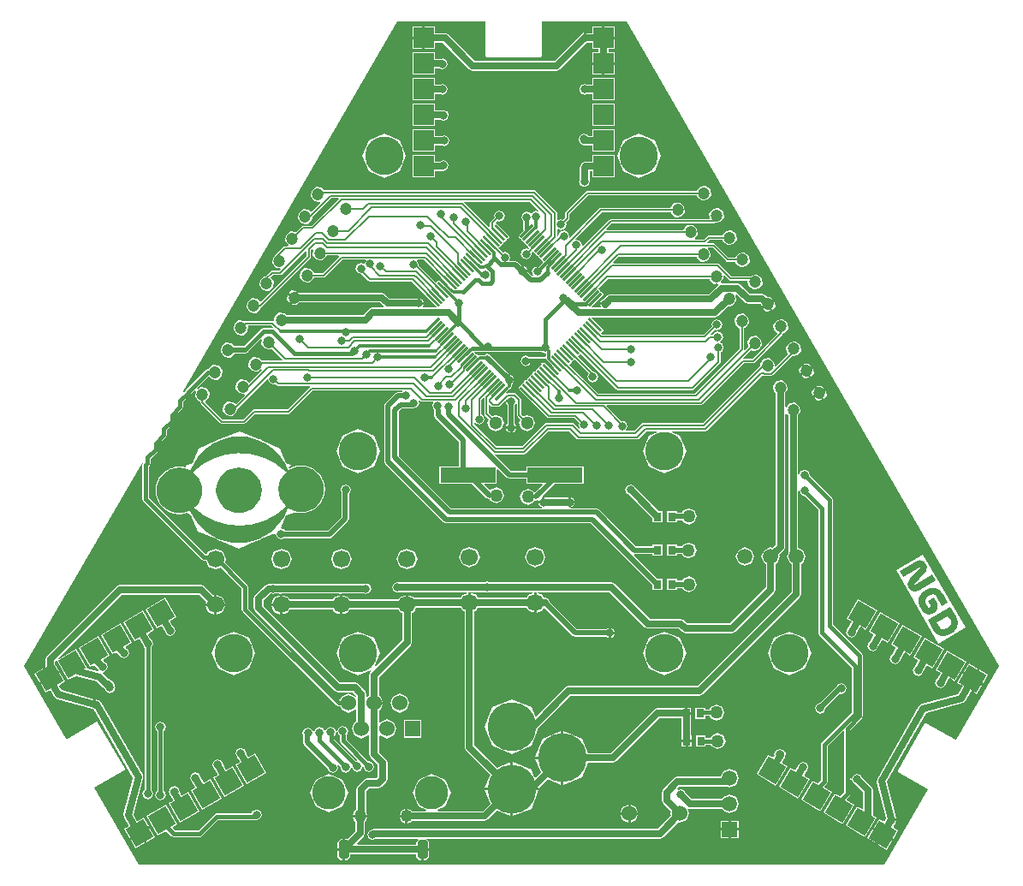
<source format=gtl>
%FSLAX44Y44*%
%MOMM*%
G71*
G01*
G75*
G04 Layer_Physical_Order=1*
G04 Layer_Color=255*
%ADD10C,0.2540*%
%ADD11R,2.0320X2.0320*%
%ADD12R,5.5000X1.5000*%
G04:AMPARAMS|DCode=13|XSize=0.24mm|YSize=1.8mm|CornerRadius=0mm|HoleSize=0mm|Usage=FLASHONLY|Rotation=315.000|XOffset=0mm|YOffset=0mm|HoleType=Round|Shape=Round|*
%AMOVALD13*
21,1,1.5600,0.2400,0.0000,0.0000,45.0*
1,1,0.2400,-0.5515,-0.5515*
1,1,0.2400,0.5515,0.5515*
%
%ADD13OVALD13*%

G04:AMPARAMS|DCode=14|XSize=0.24mm|YSize=1.8mm|CornerRadius=0mm|HoleSize=0mm|Usage=FLASHONLY|Rotation=225.000|XOffset=0mm|YOffset=0mm|HoleType=Round|Shape=Round|*
%AMOVALD14*
21,1,1.5600,0.2400,0.0000,0.0000,315.0*
1,1,0.2400,-0.5515,0.5515*
1,1,0.2400,0.5515,-0.5515*
%
%ADD14OVALD14*%

%ADD15R,0.8000X0.9000*%
%ADD16P,2.8737X4X285.0*%
%ADD17P,2.8737X4X345.0*%
%ADD18C,0.4000*%
%ADD19C,0.2000*%
%ADD20C,0.7000*%
%ADD21C,0.5000*%
%ADD22C,0.3000*%
%ADD23C,1.2000*%
G04:AMPARAMS|DCode=24|XSize=1.9mm|YSize=1.1mm|CornerRadius=0mm|HoleSize=0mm|Usage=FLASHONLY|Rotation=90.000|XOffset=0mm|YOffset=0mm|HoleType=Round|Shape=Octagon|*
%AMOCTAGOND24*
4,1,8,0.2750,0.9500,-0.2750,0.9500,-0.5500,0.6750,-0.5500,-0.6750,-0.2750,-0.9500,0.2750,-0.9500,0.5500,-0.6750,0.5500,0.6750,0.2750,0.9500,0.0*
%
%ADD24OCTAGOND24*%

%ADD25O,1.1500X1.2500*%
%ADD26C,1.3000*%
%ADD27C,1.5000*%
%ADD28C,1.7000*%
%ADD29C,4.8260*%
%ADD30C,1.5240*%
%ADD31R,1.5240X1.5240*%
%ADD32R,1.5000X1.5000*%
%ADD33C,0.8000*%
%ADD34C,1.2700*%
%ADD35C,3.8000*%
%ADD36C,3.3020*%
G36*
X20988Y271384D02*
X16129Y269371D01*
X15176Y267071D01*
X-33376D01*
X-34329Y269371D01*
X-40330Y271857D01*
Y262097D01*
X-42870D01*
Y271857D01*
X-41600Y272383D01*
X-41600Y272383D01*
X-41353Y272629D01*
X-25507D01*
X-24200Y272088D01*
X-22893Y272629D01*
X20740D01*
X20988Y271384D01*
D02*
G37*
G36*
X29373Y510273D02*
X33200Y508688D01*
X33200Y508688D01*
X33200Y508688D01*
X33894Y508224D01*
Y505771D01*
X32838Y505066D01*
X32400Y505247D01*
X17054D01*
X14000Y506512D01*
X10173Y504927D01*
X8588Y501100D01*
X10173Y497273D01*
X14000Y495688D01*
X17827Y497273D01*
X18440Y498753D01*
X29052D01*
X29758Y497697D01*
X29505Y497086D01*
X29505Y497086D01*
X29505D01*
X29058Y496639D01*
X29058Y496639D01*
X29058Y496639D01*
X27374Y495942D01*
X26677Y494258D01*
X26677Y494258D01*
X26677D01*
X26230Y493811D01*
X26229Y493811D01*
X26230Y493811D01*
X24546Y493113D01*
X23848Y491429D01*
X23848Y491429D01*
X23848D01*
X23401Y490982D01*
X23401Y490982D01*
X23401Y490982D01*
X21717Y490285D01*
X21020Y488601D01*
X21020Y488601D01*
X21020D01*
X20573Y488154D01*
X20573Y488154D01*
X20573Y488154D01*
X18889Y487456D01*
X18191Y485773D01*
X18191Y485773D01*
X18191D01*
X17744Y485325D01*
X17744Y485325D01*
X17744Y485325D01*
X16060Y484628D01*
X15363Y482944D01*
X15363Y482944D01*
X15363D01*
X14916Y482497D01*
X14916Y482497D01*
X14916Y482497D01*
X13232Y481800D01*
X12535Y480116D01*
X12535Y480116D01*
X12535D01*
X12087Y479669D01*
X12087Y479669D01*
X12087Y479669D01*
X10404Y478971D01*
X9706Y477287D01*
X9706Y477287D01*
X9706D01*
X9259Y476840D01*
X9259Y476840D01*
X9259Y476840D01*
X7575Y476143D01*
X6878Y474459D01*
X7575Y472775D01*
X18606Y461744D01*
X19129Y461528D01*
X35187Y445469D01*
X35635Y445284D01*
X36718Y444835D01*
X61803D01*
X67077Y439562D01*
X66388Y437900D01*
X67636Y434887D01*
X66580Y434181D01*
X61831Y438931D01*
X60300Y439565D01*
X34400D01*
X32869Y438931D01*
X10803Y416865D01*
X-15203D01*
X-36935Y438597D01*
Y439533D01*
X-35727Y439773D01*
X-35727D01*
D01*
X-31900Y438188D01*
X-28073Y439773D01*
X-26488Y443600D01*
X-28073Y447427D01*
X-30035Y448240D01*
Y462792D01*
X-28238Y464589D01*
X-27065Y464103D01*
Y448900D01*
X-26431Y447369D01*
X-22437Y443376D01*
X-23918Y439800D01*
X-21540Y434060D01*
X-15800Y431682D01*
X-10060Y434060D01*
X-7682Y439800D01*
X-10060Y445540D01*
X-15800Y447918D01*
X-19375Y446437D01*
X-22735Y449797D01*
Y457314D01*
X-21562Y457800D01*
X-19945Y456184D01*
X-18415Y455550D01*
X-13585D01*
X-12055Y456184D01*
X-7079Y461159D01*
X-5834Y460911D01*
X-5913Y461100D01*
X-5386Y462370D01*
X-498D01*
Y459830D01*
X-5386D01*
X-4327Y457273D01*
X-4288Y457257D01*
Y438943D01*
X-4327Y438927D01*
X-5386Y436370D01*
X4386D01*
X3327Y438927D01*
X3288Y438943D01*
Y457257D01*
X3327Y457273D01*
X3990Y458873D01*
X5235Y458625D01*
Y447600D01*
X5869Y446069D01*
X8563Y443376D01*
X7082Y439800D01*
X9460Y434060D01*
X15200Y431682D01*
X20940Y434060D01*
X23318Y439800D01*
X20940Y445540D01*
X15200Y447918D01*
X11624Y446437D01*
X9565Y448497D01*
Y462700D01*
X8931Y464231D01*
X4531Y468631D01*
X3000Y469265D01*
X-4200D01*
X-4753Y469036D01*
X-5458Y470092D01*
X-2775Y472775D01*
X-2559Y473298D01*
X-1693Y474163D01*
X-387Y474704D01*
X406Y476618D01*
Y478233D01*
X1227Y478573D01*
X2286Y481130D01*
X-2603D01*
Y482397D01*
X-3870D01*
Y487286D01*
X-2600Y487812D01*
X-1670Y487427D01*
X-21221Y506979D01*
X-23900Y508088D01*
X-26513Y507006D01*
X-31186D01*
X-32574Y506431D01*
X-33748Y506917D01*
X-33888Y507255D01*
X-35572Y507953D01*
X-35572Y507953D01*
Y507953D01*
X-35572D01*
D01*
X-36019Y508400D01*
X-36019Y508400D01*
X-36019Y508400D01*
X-36716Y510084D01*
Y510084D01*
Y510084D01*
Y510084D01*
X-36663Y510353D01*
X-24122D01*
X-23000Y509888D01*
X-21878Y510353D01*
X29340D01*
X29373Y510273D01*
D02*
G37*
G36*
X195713Y580738D02*
X200313Y577208D01*
X203429Y577618D01*
X203991Y576479D01*
X194783Y567271D01*
X98000D01*
X94556Y565844D01*
X91375Y562663D01*
X88873Y561627D01*
X87814Y559070D01*
X92703D01*
Y556530D01*
X87814D01*
X87645Y556937D01*
X87629Y556900D01*
X88488Y554827D01*
X87782Y553771D01*
X79880D01*
X79394Y554944D01*
X89856Y565406D01*
X90553Y567090D01*
X89856Y568774D01*
X88172Y569471D01*
X88172Y569471D01*
X88172D01*
X88172D01*
X87725Y569918D01*
X87725Y569918D01*
X87725Y569918D01*
X87027Y571602D01*
X85344Y572299D01*
X95192Y582362D01*
X195499D01*
X195713Y580738D01*
D02*
G37*
G36*
X26624Y650015D02*
X25918Y648959D01*
X24100Y649712D01*
X20273Y648127D01*
X19891Y647205D01*
X18621D01*
X18601Y647253D01*
X14774Y648838D01*
X10948Y647253D01*
X9362Y643426D01*
X10948Y639599D01*
X11527Y639359D01*
Y631400D01*
X12061Y630111D01*
X7575Y625625D01*
X6878Y623941D01*
X7575Y622257D01*
X9259Y621560D01*
D01*
X9706Y621113D01*
X9706Y621113D01*
X9706Y621113D01*
X10404Y619429D01*
X12087Y618732D01*
X12087Y618731D01*
Y618732D01*
X12535Y618284D01*
D01*
X13232Y616600D01*
X14916Y615903D01*
X14916D01*
X15363Y615456D01*
X15363Y615456D01*
X15363Y615456D01*
X16060Y613772D01*
X16840Y613449D01*
X17013Y612578D01*
X16031Y611772D01*
X14497Y612408D01*
X10670Y610822D01*
X9085Y606996D01*
X10670Y603169D01*
X14497Y601584D01*
X18323Y603169D01*
X19908Y606996D01*
X19433Y608143D01*
X20239Y609124D01*
X21395Y608895D01*
X21717Y608115D01*
X23401Y607418D01*
X23401Y607418D01*
Y607418D01*
X23848Y606971D01*
D01*
X24546Y605287D01*
X26229Y604589D01*
X26230Y604589D01*
Y604589D01*
X26677Y604142D01*
D01*
X27374Y602458D01*
X29058Y601761D01*
D01*
X29505Y601314D01*
X29505Y601314D01*
X29505Y601314D01*
X30203Y599630D01*
X30441Y599531D01*
X30688Y598286D01*
X26754Y594351D01*
X25400Y594912D01*
X21573Y593327D01*
X19988Y589500D01*
X21544Y585744D01*
X21286Y585359D01*
X20023Y585235D01*
X15833Y589425D01*
X15587Y588830D01*
X10697D01*
Y590098D01*
X9430D01*
Y594986D01*
X10025Y595233D01*
X6479Y598779D01*
X3800Y599888D01*
X3800Y599888D01*
X-1869D01*
X-2575Y600944D01*
X-1433Y603700D01*
X-3018Y607527D01*
X-6845Y609112D01*
X-8507Y608424D01*
X-13030Y612946D01*
X-12944Y613075D01*
X-12944D01*
X-12944Y613075D01*
X-11260Y613772D01*
X-10563Y615456D01*
X-10563Y615456D01*
X-10563D01*
X-10116Y615903D01*
X-10116D01*
X-8432Y616600D01*
D01*
X-8432D01*
X-8432Y616601D01*
X-7735Y618284D01*
D01*
X-7287Y618732D01*
X-7287Y618731D01*
X-7287Y618732D01*
X-5604Y619429D01*
X-4906Y621113D01*
X-4906Y621113D01*
X-4906D01*
X-4459Y621560D01*
X-4459D01*
X-2775Y622257D01*
D01*
X-2775D01*
X-2775Y622257D01*
X-2078Y623941D01*
X-2775Y625625D01*
X-13806Y636656D01*
X-15435Y637331D01*
Y637331D01*
X-15435D01*
X-15490Y637353D01*
D01*
X-15490Y638274D01*
X-13880Y639884D01*
X-12200Y639188D01*
X-8373Y640773D01*
X-6788Y644600D01*
X-8373Y648427D01*
X-12200Y650012D01*
X-16027Y648427D01*
X-17612Y644600D01*
X-16931Y642956D01*
X-20693Y639193D01*
X-21328Y637663D01*
Y634217D01*
X-22501Y633731D01*
X-47201Y658431D01*
Y658431D01*
D01*
Y658431D01*
X-47140Y658735D01*
X17903D01*
X26624Y650015D01*
D02*
G37*
G36*
X-85958Y600555D02*
X-85958Y600555D01*
X-69887Y584484D01*
X-70134Y583239D01*
X-69644Y583442D01*
X-62815Y576613D01*
X-64611Y574817D01*
X-71440Y581646D01*
X-71611Y581232D01*
X-71611Y581232D01*
X-71611D01*
X-72058Y580785D01*
X-72058Y580785D01*
X-72058Y580785D01*
X-73742Y580087D01*
X-74065Y579308D01*
X-75311Y579060D01*
X-91970Y595720D01*
X-91688Y596400D01*
X-93273Y600227D01*
Y600227D01*
Y600227D01*
X-93053Y601335D01*
X-86738D01*
X-85958Y600555D01*
D02*
G37*
G36*
X481875Y199200D02*
X440056Y126761D01*
X438829Y126432D01*
X410280Y142914D01*
X409459Y143022D01*
X408802Y142518D01*
X382132Y96324D01*
X382024Y95503D01*
D01*
Y95503D01*
X382528Y94846D01*
X411856Y77913D01*
X368438Y2706D01*
X-368438D01*
X-412432Y78912D01*
X-382928Y95946D01*
X-382424Y96603D01*
X-382532Y97424D01*
X-409202Y143618D01*
X-409859Y144122D01*
X-410680Y144014D01*
X-439405Y127430D01*
X-440632Y127759D01*
X-481875Y199200D01*
X-365799Y400232D01*
X-364660Y399670D01*
X-365347Y398011D01*
Y364800D01*
X-364396Y362504D01*
X-306396Y304504D01*
X-304100Y303553D01*
X-302300D01*
X-299971Y297929D01*
X-292700Y294917D01*
X-287686Y296994D01*
X-266847Y276155D01*
Y255200D01*
X-265896Y252904D01*
X-173296Y160304D01*
X-171000Y159353D01*
X-169385D01*
X-167997Y156003D01*
X-161400Y153270D01*
X-154803Y156003D01*
X-154616Y156452D01*
X-153371Y156204D01*
Y144595D01*
X-155297Y143798D01*
X-158030Y137200D01*
X-155297Y130603D01*
X-148700Y127870D01*
X-142103Y130603D01*
X-141916Y131052D01*
X-140671Y130804D01*
Y112300D01*
X-139244Y108856D01*
X-132471Y102083D01*
Y89917D01*
X-134117Y88271D01*
X-142700D01*
X-146144Y86844D01*
X-152244Y80744D01*
X-153671Y77300D01*
Y57244D01*
X-155066Y56666D01*
X-156887Y52270D01*
X-142913D01*
X-143929Y54724D01*
Y75283D01*
X-140682Y78529D01*
X-132100D01*
X-128656Y79956D01*
X-124156Y84456D01*
X-122729Y87900D01*
Y104100D01*
X-124156Y107544D01*
X-130929Y114318D01*
Y129887D01*
X-129873Y130593D01*
X-123300Y127870D01*
X-116703Y130603D01*
X-113970Y137200D01*
X-116703Y143798D01*
X-123300Y146530D01*
X-129873Y143807D01*
X-130929Y144513D01*
Y155370D01*
X-129403Y156003D01*
X-127196Y161330D01*
X-136003D01*
Y163870D01*
X-127196D01*
X-129403Y169198D01*
X-130929Y169830D01*
Y188482D01*
X-99856Y219556D01*
X-98429Y223000D01*
X-98429Y223000D01*
X-98429Y223000D01*
Y251976D01*
X-96129Y252929D01*
X-94306Y257329D01*
X-49907D01*
X-48871Y254829D01*
X-46471Y253835D01*
Y119370D01*
X-45044Y115926D01*
X-21091Y91973D01*
X-26514Y78880D01*
X-1110D01*
Y104284D01*
X-14203Y98861D01*
X-36729Y121388D01*
Y253835D01*
X-34329Y254829D01*
X-33293Y257329D01*
X15093D01*
X16129Y254829D01*
X22130Y252343D01*
Y262097D01*
Y271857D01*
X23400Y272383D01*
X23400Y272383D01*
X23647Y272629D01*
X96783D01*
X131656Y237756D01*
X135100Y236329D01*
X165483D01*
X168756Y233056D01*
X172200Y231629D01*
X217800D01*
X221244Y233056D01*
X259744Y271556D01*
X261171Y275000D01*
Y300317D01*
X262806Y300994D01*
X265500Y307500D01*
X264823Y309135D01*
X269219Y313530D01*
X270645Y316974D01*
X270645Y316974D01*
X270645Y316974D01*
Y316974D01*
Y448675D01*
X271913Y448756D01*
X271913Y448756D01*
Y448756D01*
X273604Y447458D01*
Y310726D01*
X273720Y310445D01*
X272500Y307500D01*
X275194Y300994D01*
X276829Y300317D01*
Y272518D01*
X184083Y179771D01*
X82300D01*
X82050Y179667D01*
X81800Y179771D01*
X56400D01*
X52956Y178344D01*
X24315Y149703D01*
X23069Y149951D01*
X19394Y158824D01*
X160Y166791D01*
X-19074Y158824D01*
X-27041Y139590D01*
X-19074Y120356D01*
X160Y112389D01*
X19394Y120356D01*
X26924Y138535D01*
X58418Y170029D01*
X81800D01*
X82050Y170133D01*
X82300Y170029D01*
X186100D01*
X189544Y171456D01*
X189544Y171456D01*
X189544Y171456D01*
X285144Y267056D01*
X286571Y270500D01*
Y300317D01*
X288206Y300994D01*
X290900Y307500D01*
X288206Y314006D01*
X283345Y316019D01*
Y372546D01*
X284591Y372794D01*
X286173Y368973D01*
X290000Y367388D01*
X290085Y367423D01*
X303353Y354155D01*
Y232300D01*
X303353Y232300D01*
X303353Y232300D01*
X304304Y230004D01*
X336253Y198055D01*
Y153445D01*
X306904Y124096D01*
X305953Y121800D01*
Y86645D01*
X302587Y83279D01*
X297276Y86345D01*
X286116Y67016D01*
X305446Y55855D01*
X316606Y75185D01*
X309313Y79396D01*
X309147Y80655D01*
X311496Y83004D01*
X312447Y85300D01*
Y120455D01*
X327480Y135487D01*
X328653Y135001D01*
Y74345D01*
X324776Y70468D01*
X319273Y73645D01*
X308113Y54316D01*
X327443Y43155D01*
X338603Y62485D01*
X331502Y66585D01*
X331336Y67844D01*
X334196Y70704D01*
X334475Y71376D01*
X335147Y73000D01*
Y86758D01*
X335685Y86865D01*
Y86865D01*
X336393Y87006D01*
X337773Y83673D01*
X339080Y83132D01*
X347629Y74583D01*
Y58544D01*
X346529Y57909D01*
X341270Y60945D01*
X330110Y41616D01*
X349440Y30456D01*
X360600Y49785D01*
X356971Y51880D01*
X357371Y52845D01*
Y76600D01*
X355944Y80044D01*
X345968Y90020D01*
X345427Y91327D01*
X341600Y92912D01*
X337773Y91327D01*
X336393Y87994D01*
X335685Y88135D01*
Y88135D01*
X335147Y88242D01*
Y136084D01*
X346796Y147733D01*
X347747Y150029D01*
X347747Y150029D01*
X347747Y150029D01*
Y209400D01*
X346796Y211696D01*
X317647Y240845D01*
Y363700D01*
X316975Y365324D01*
X316696Y365996D01*
X294972Y387720D01*
X295212Y388300D01*
X293627Y392127D01*
X289800Y393712D01*
X285973Y392127D01*
X284591Y388789D01*
X283345Y389037D01*
Y447393D01*
X285793Y450583D01*
X285036Y456333D01*
X280435Y459863D01*
X274686Y459106D01*
X271848Y455407D01*
X270645Y455815D01*
Y469390D01*
X273093Y472580D01*
X272336Y478330D01*
X267735Y481860D01*
X261986Y481103D01*
X258456Y476502D01*
X259213Y470753D01*
X260904Y469456D01*
Y318992D01*
X257935Y316023D01*
X256300Y316700D01*
X249794Y314006D01*
X247100Y307500D01*
X249794Y300994D01*
X251429Y300317D01*
Y277017D01*
X215783Y241371D01*
X174217D01*
X170944Y244644D01*
X167500Y246071D01*
X137118D01*
X102244Y280944D01*
X98800Y282371D01*
X-22893D01*
X-24200Y282912D01*
X-25507Y282371D01*
X-89600D01*
X-90083Y282171D01*
X-111693D01*
X-113000Y282712D01*
X-116827Y281127D01*
X-118412Y277300D01*
X-116827Y273473D01*
X-113000Y271888D01*
X-111693Y272429D01*
X-89800D01*
X-89317Y272629D01*
X-44260D01*
X-44012Y271384D01*
X-48871Y269371D01*
X-49824Y267071D01*
X-95963D01*
X-96129Y267471D01*
X-102130Y269957D01*
Y260198D01*
X-104670D01*
Y269957D01*
X-110671Y267471D01*
X-111665Y265071D01*
X-160135D01*
X-161129Y267471D01*
X-167130Y269957D01*
Y260198D01*
Y250443D01*
X-161129Y252929D01*
X-160135Y255329D01*
X-111665D01*
X-110671Y252929D01*
X-108171Y251893D01*
Y225018D01*
X-133948Y199241D01*
X-135004Y199946D01*
X-130052Y211900D01*
X-136393Y227207D01*
X-151700Y233548D01*
X-167007Y227207D01*
X-173348Y211900D01*
X-167007Y196593D01*
X-151700Y190252D01*
X-139746Y195204D01*
X-139041Y194148D01*
X-139244Y193944D01*
X-140671Y190500D01*
Y169995D01*
X-142573Y169207D01*
X-143629Y169913D01*
Y171900D01*
X-145056Y175344D01*
X-151356Y181644D01*
X-154800Y183071D01*
X-169583D01*
X-245329Y258818D01*
Y264083D01*
X-238382Y271029D01*
X-237607D01*
X-236300Y270488D01*
X-234993Y271029D01*
X-229636D01*
X-229388Y269784D01*
X-234971Y267471D01*
X-237457Y261470D01*
X-228970D01*
Y269957D01*
X-227700Y270483D01*
X-227700Y270483D01*
X-227153Y271029D01*
X-170336D01*
X-170088Y269784D01*
X-175671Y267471D01*
X-176665Y265071D01*
X-219435D01*
X-220429Y267471D01*
X-226430Y269957D01*
Y260198D01*
Y250443D01*
X-220429Y252929D01*
X-219435Y255329D01*
X-176665D01*
X-175671Y252929D01*
X-169670Y250443D01*
Y260198D01*
Y269957D01*
X-168400Y270483D01*
X-168400Y270483D01*
X-167853Y271029D01*
X-145407D01*
X-144100Y270488D01*
X-140273Y272073D01*
X-138688Y275900D01*
X-140273Y279727D01*
X-144100Y281312D01*
X-145407Y280771D01*
X-234993D01*
X-236300Y281312D01*
X-237607Y280771D01*
X-240400D01*
X-243844Y279344D01*
X-253644Y269544D01*
X-255071Y266100D01*
Y256800D01*
X-255071Y256800D01*
X-255071Y256800D01*
X-253644Y253356D01*
X-175044Y174756D01*
X-171600Y173329D01*
X-156818D01*
X-153584Y170095D01*
X-153952Y168880D01*
X-154616Y168748D01*
X-154803Y169198D01*
X-161400Y171930D01*
X-167997Y169198D01*
X-169027Y166712D01*
X-170272Y166465D01*
X-260353Y256545D01*
Y277500D01*
X-261304Y279796D01*
X-283674Y302166D01*
X-282417Y305200D01*
X-285429Y312471D01*
X-292700Y315483D01*
X-299971Y312471D01*
X-300975Y310047D01*
X-302755D01*
X-358853Y366145D01*
Y396666D01*
X-358014Y397505D01*
X-357735Y398178D01*
X-357063Y399801D01*
Y404367D01*
X-349938Y411492D01*
X-348987Y413788D01*
Y418354D01*
X-341861Y425479D01*
X-340910Y427775D01*
Y432341D01*
X-333785Y439466D01*
X-332834Y441762D01*
Y446328D01*
X-325709Y453453D01*
X-324758Y455749D01*
Y460315D01*
X-317633Y467440D01*
X-317396Y468012D01*
X-313622Y471785D01*
X-312483Y471224D01*
X-313180Y465933D01*
X-309650Y461333D01*
X-308026Y461119D01*
Y460361D01*
X-307392Y458831D01*
X-288031Y439469D01*
X-286500Y438835D01*
X-264300D01*
X-262769Y439469D01*
X-262769Y439469D01*
X-262769Y439469D01*
X-253503Y448735D01*
X-220500D01*
X-218969Y449369D01*
X-218969Y449369D01*
X-218969Y449369D01*
X-196603Y471735D01*
X-108423D01*
X-108350Y471370D01*
X-109156Y470388D01*
X-112500D01*
X-112500Y470388D01*
X-115179Y469279D01*
X-124879Y459579D01*
X-125988Y456900D01*
X-125988Y456900D01*
Y402000D01*
X-125988Y402000D01*
X-124879Y399321D01*
X-67479Y341921D01*
X-67479Y341921D01*
X-64800Y340812D01*
X78431D01*
X139500Y279743D01*
Y274600D01*
X149500D01*
Y285600D01*
X144358D01*
X121116Y308842D01*
X121600Y310012D01*
X121600D01*
X121600Y310012D01*
X121600D01*
X139500D01*
Y308300D01*
X149500D01*
Y319300D01*
X139500D01*
Y317588D01*
X123169D01*
X86579Y354179D01*
X83900Y355288D01*
X83900Y355288D01*
X58924D01*
X58677Y356534D01*
X57600Y356087D01*
X56330Y356614D01*
Y361497D01*
Y366386D01*
X56293Y366371D01*
X52300D01*
X51779Y366155D01*
X51500Y366271D01*
X32707D01*
X32670Y366286D01*
Y361398D01*
X31402D01*
Y360130D01*
X26514D01*
X27573Y357573D01*
X30082Y356534D01*
X29834Y355288D01*
X-59831D01*
X-111812Y407269D01*
Y450931D01*
X-108531Y454212D01*
X-98472D01*
X-98472Y454212D01*
X-97530Y454602D01*
X-96772Y454288D01*
X-92945Y455873D01*
X-91360Y459700D01*
X-92235Y461812D01*
X-91179Y462517D01*
X-89931Y461269D01*
X-88400Y460635D01*
X-77966D01*
X-77261Y459579D01*
X-78412Y456800D01*
X-76827Y452973D01*
X-76688Y452916D01*
Y447800D01*
X-76688Y447800D01*
X-75579Y445121D01*
X-52088Y421631D01*
Y396800D01*
X-71500D01*
Y379800D01*
X-39158D01*
X-24779Y365421D01*
X-22100Y364312D01*
Y364312D01*
D01*
D01*
X-22100Y364312D01*
D01*
X-21480Y364055D01*
D01*
X-20826Y362475D01*
X-15200Y360144D01*
X-9575Y362475D01*
X-7244Y368100D01*
X-9575Y373725D01*
X-15200Y376056D01*
X-20826Y373725D01*
X-20840Y373691D01*
X-22085Y373443D01*
X-27269Y378627D01*
X-26783Y379800D01*
X-14500D01*
Y393483D01*
X-13327Y393969D01*
X-4979Y385621D01*
X-4979Y385621D01*
X-4194Y385296D01*
X-2300Y384512D01*
X-2300Y384512D01*
X14500D01*
Y379800D01*
X30383D01*
X30869Y378627D01*
X23296Y371053D01*
X22050Y371301D01*
X21625Y372325D01*
X16000Y374656D01*
X10375Y372325D01*
X8044Y366700D01*
X10375Y361075D01*
X16000Y358744D01*
X21625Y361075D01*
X22323Y362758D01*
X23496Y363245D01*
X24300Y362912D01*
X25560Y363434D01*
X26458Y362536D01*
X26514Y362670D01*
X30130D01*
Y366287D01*
X31400Y366812D01*
X30747Y367789D01*
X42758Y379800D01*
X71500D01*
Y396800D01*
X14500D01*
Y392088D01*
X-731D01*
X-16687Y408045D01*
X-16443Y408635D01*
X12400D01*
X13931Y409269D01*
X36397Y431735D01*
X57303D01*
X64869Y424169D01*
X66400Y423535D01*
X123900D01*
X125431Y424169D01*
X125431Y424169D01*
X125431Y424169D01*
X132997Y431735D01*
X143669D01*
X143917Y430490D01*
X135993Y427207D01*
X129652Y411900D01*
X135993Y396593D01*
X151300Y390252D01*
X166607Y396593D01*
X172948Y411900D01*
X166607Y427207D01*
X158683Y430490D01*
X158931Y431735D01*
X191700D01*
X193231Y432369D01*
X193231Y432369D01*
X193231Y432369D01*
X247397Y486535D01*
X249371D01*
X249761Y486374D01*
X256938D01*
X258469Y487008D01*
X277388Y505927D01*
X282700Y506626D01*
X286230Y511227D01*
X285473Y516976D01*
X280872Y520506D01*
X275123Y519749D01*
X271593Y515149D01*
X272350Y509399D01*
X272937Y508949D01*
X273020Y507681D01*
X261353Y496014D01*
X260150Y496422D01*
X259636Y500327D01*
X255035Y503857D01*
X249286Y503100D01*
X245756Y498499D01*
X245986Y496748D01*
X188803Y439565D01*
X129600D01*
X128069Y438931D01*
X121303Y432165D01*
X113994D01*
X113288Y433221D01*
X114812Y436900D01*
X113227Y440727D01*
X109400Y442312D01*
X108304Y441858D01*
X93800Y456362D01*
X94286Y457535D01*
X187600D01*
X189131Y458169D01*
X189131Y458169D01*
X189131Y458169D01*
X229797Y498835D01*
X238800D01*
X240331Y499469D01*
X267742Y526881D01*
X268375Y528409D01*
X270000Y528623D01*
X273530Y533224D01*
X272773Y538973D01*
X268172Y542503D01*
X262423Y541746D01*
X258893Y537146D01*
X259650Y531396D01*
X262555Y529167D01*
X262638Y527900D01*
X237903Y503165D01*
X229725D01*
X229238Y504338D01*
X237114Y512214D01*
X238413Y511217D01*
X244163Y511974D01*
X247693Y516575D01*
X246936Y522324D01*
X242335Y525854D01*
X236586Y525097D01*
X233056Y520496D01*
X233779Y515002D01*
X231012Y512235D01*
X229839Y512721D01*
Y533757D01*
X231463Y533971D01*
X234993Y538572D01*
X234236Y544321D01*
X229635Y547851D01*
X223886Y547094D01*
X220356Y542494D01*
X221113Y536744D01*
X225510Y533370D01*
Y513371D01*
X181103Y468965D01*
X85697D01*
X56974Y497688D01*
X57059Y497816D01*
X57059D01*
X57059Y497816D01*
X58743Y498514D01*
X59441Y500197D01*
D01*
X59888Y500645D01*
X59888Y500645D01*
X59888Y500645D01*
X61572Y501342D01*
X61894Y502121D01*
D01*
X62729Y502287D01*
X63140Y502369D01*
Y502369D01*
X63140Y502369D01*
X76317Y489192D01*
X74788Y485500D01*
X76373Y481673D01*
X80200Y480088D01*
X84027Y481673D01*
X85612Y485500D01*
X84027Y489327D01*
X81088Y490544D01*
X65459Y506173D01*
X65545Y506302D01*
D01*
X65545D01*
D01*
D01*
X65545D01*
Y506302D01*
X67228Y506999D01*
X67551Y507778D01*
X68797Y508026D01*
X103958Y472865D01*
X105488Y472231D01*
X178596D01*
X180127Y472865D01*
X180127Y472865D01*
X180127Y472865D01*
X205931Y498669D01*
X206565Y500200D01*
X206565Y500200D01*
X206565Y500200D01*
Y500200D01*
Y509885D01*
X208227Y510573D01*
X209812Y514400D01*
X208227Y518227D01*
X206215Y519060D01*
Y520330D01*
X207527Y520873D01*
X209112Y524700D01*
X207527Y528527D01*
X203700Y530112D01*
X199873Y528527D01*
X199185Y526865D01*
X197386D01*
X196900Y528038D01*
X201138Y532276D01*
X202800Y531588D01*
X206627Y533173D01*
X208212Y537000D01*
X206627Y540827D01*
X202800Y542412D01*
X198973Y540827D01*
X197388Y537000D01*
X198076Y535338D01*
X190003Y527265D01*
X89622D01*
X88086Y528801D01*
X88172Y528929D01*
X88172D01*
X88172Y528929D01*
X89856Y529626D01*
X90553Y531310D01*
X89856Y532994D01*
X78825Y544025D01*
Y544025D01*
D01*
X78825Y544025D01*
X78826Y544029D01*
X78826Y544029D01*
X201345D01*
X204789Y545456D01*
X214776Y555443D01*
X218763Y555968D01*
X222293Y560569D01*
X221542Y566269D01*
X222682Y566830D01*
X230156Y559356D01*
X233600Y557929D01*
X245875D01*
X246425Y557380D01*
X246770Y554756D01*
X252874Y558280D01*
D01*
X258982Y561807D01*
X255472Y564500D01*
X253359Y564222D01*
X251337Y566244D01*
X247893Y567671D01*
X235618D01*
X226644Y576644D01*
X223200Y578071D01*
X207600D01*
X207090Y579303D01*
X209593Y582566D01*
X209232Y585306D01*
X210371Y585867D01*
X214969Y581269D01*
X216500Y580635D01*
X233559D01*
X234250Y575390D01*
X238850Y571860D01*
X244600Y572617D01*
X248130Y577218D01*
X247373Y582967D01*
X242772Y586497D01*
X237023Y585740D01*
X236428Y584965D01*
X217397D01*
X205331Y597031D01*
X203800Y597665D01*
X100840D01*
X100354Y598838D01*
X105875Y604359D01*
X182799D01*
X183013Y602735D01*
X187613Y599205D01*
X193363Y599962D01*
X196893Y604563D01*
X196136Y610312D01*
X194024Y611933D01*
X194432Y613135D01*
X198903D01*
X212393Y599645D01*
X212842Y599459D01*
X213924Y599011D01*
X221336D01*
X221550Y597387D01*
X226150Y593857D01*
X231900Y594614D01*
X235430Y599215D01*
X234673Y604964D01*
X230072Y608494D01*
X224323Y607737D01*
X220949Y603340D01*
X214821D01*
X201331Y616831D01*
X199800Y617465D01*
X193923D01*
X193437Y618638D01*
X195806Y621008D01*
X208636D01*
X208850Y619384D01*
X213450Y615854D01*
X219200Y616611D01*
X222730Y621212D01*
X221973Y626961D01*
X217372Y630491D01*
X211623Y629734D01*
X208249Y625338D01*
X194910D01*
X193379Y624703D01*
X190140Y621465D01*
X181719D01*
X181157Y622604D01*
X184193Y626560D01*
X183436Y632309D01*
X178835Y635839D01*
X173086Y635082D01*
X169712Y630686D01*
X94263D01*
X93777Y631859D01*
X99153Y637235D01*
X199800D01*
X201331Y637869D01*
X201331Y637869D01*
X201331Y637869D01*
X201398Y637937D01*
X206500Y638608D01*
X210030Y643209D01*
X209273Y648958D01*
X204672Y652488D01*
X198923Y651731D01*
X195393Y647131D01*
X196000Y642520D01*
X195163Y641565D01*
X98257D01*
X96726Y640931D01*
X70652Y614857D01*
X69597Y615563D01*
X69612Y615600D01*
X68027Y619427D01*
X64200Y621012D01*
X63406Y620683D01*
X62701Y621739D01*
X89314Y648353D01*
X157399D01*
X157613Y646729D01*
X162213Y643199D01*
X167963Y643956D01*
X171493Y648557D01*
X170736Y654306D01*
X166135Y657836D01*
X160386Y657079D01*
X157012Y652683D01*
X88418D01*
X86887Y652048D01*
X57627Y622789D01*
X56571Y623494D01*
X57112Y624800D01*
X55527Y628627D01*
X51700Y630212D01*
X47873Y628627D01*
X46427Y625136D01*
X45254Y624650D01*
X44965Y624770D01*
Y631217D01*
X46021Y631922D01*
X49000Y630688D01*
X52827Y632273D01*
X54412Y636100D01*
X53753Y637691D01*
X56831Y640769D01*
X57465Y642300D01*
Y646603D01*
X75863Y665002D01*
X183236D01*
X183450Y663379D01*
X188050Y659848D01*
X193800Y660605D01*
X197330Y665206D01*
X196573Y670955D01*
X191972Y674485D01*
X186223Y673728D01*
X182849Y669332D01*
X74967D01*
X73436Y668698D01*
X53769Y649031D01*
X53135Y647500D01*
Y643197D01*
X50733Y640794D01*
X49000Y641512D01*
X46021Y640278D01*
X44965Y640984D01*
Y647500D01*
X44331Y649031D01*
X24131Y669231D01*
X22600Y669865D01*
X-185805D01*
X-187773Y672429D01*
X-193522Y673186D01*
X-198123Y669656D01*
X-198880Y663907D01*
X-195350Y659306D01*
X-189709Y658564D01*
X-189301Y657361D01*
X-197949Y648712D01*
X-199217Y648795D01*
X-200473Y650432D01*
X-206222Y651189D01*
X-210823Y647659D01*
X-211580Y641910D01*
X-208050Y637309D01*
X-202300Y636552D01*
X-197700Y640082D01*
X-197282Y643257D01*
X-178203Y662335D01*
X-171486D01*
X-171000Y661162D01*
X-197497Y634665D01*
X-206335D01*
X-207866Y634031D01*
X-213428Y628469D01*
X-218922Y629192D01*
X-223523Y625662D01*
X-224280Y619913D01*
X-221050Y615704D01*
X-221612Y614565D01*
X-224400D01*
X-225482Y614117D01*
X-225931Y613931D01*
X-234292Y605569D01*
X-234549Y604950D01*
X-236223Y603665D01*
X-236980Y597916D01*
X-233450Y593315D01*
X-228861Y592711D01*
X-228453Y591508D01*
X-229697Y590265D01*
X-237100D01*
X-238631Y589631D01*
X-243210Y585052D01*
X-244322Y585198D01*
X-248923Y581668D01*
X-249680Y575919D01*
X-246150Y571318D01*
X-240400Y570561D01*
X-235800Y574091D01*
X-235043Y579841D01*
X-238193Y583946D01*
X-236203Y585935D01*
X-228800D01*
X-227269Y586569D01*
X-203838Y610000D01*
X-202665Y609514D01*
Y605197D01*
X-248050Y559812D01*
X-249317Y559895D01*
X-251273Y562444D01*
X-257022Y563201D01*
X-261623Y559671D01*
X-262380Y553922D01*
X-258850Y549321D01*
X-253100Y548564D01*
X-248500Y552094D01*
X-248326Y553412D01*
X-247387Y554352D01*
X-247387Y554352D01*
X-247387Y554352D01*
X-198969Y602769D01*
X-198969Y602769D01*
X-198969Y602769D01*
X-198335Y604300D01*
Y610803D01*
X-197424Y611715D01*
X-196285Y611153D01*
X-196993Y605775D01*
X-193463Y601175D01*
X-187713Y600418D01*
X-183113Y603948D01*
X-182899Y605571D01*
X-171150D01*
X-170664Y604398D01*
X-187158Y587904D01*
X-195212D01*
X-198586Y592301D01*
X-204335Y593058D01*
X-208936Y589527D01*
X-209693Y583778D01*
X-206163Y579177D01*
X-200413Y578420D01*
X-195813Y581951D01*
X-195599Y583574D01*
X-186261D01*
X-184730Y584208D01*
X-167603Y601335D01*
X-144659D01*
X-143954Y600279D01*
X-145130Y597439D01*
X-146303Y596954D01*
X-149100Y598112D01*
X-152927Y596527D01*
X-154512Y592700D01*
X-152927Y588873D01*
X-149100Y587288D01*
X-148787Y587418D01*
X-141638Y580269D01*
X-140107Y579635D01*
X-98979D01*
X-85272Y565929D01*
X-85056Y565406D01*
X-74594Y554944D01*
X-75080Y553771D01*
X-87038D01*
X-87744Y554827D01*
X-86914Y556830D01*
X-91803D01*
Y558097D01*
X-93070D01*
Y562986D01*
X-93107Y562971D01*
X-120782D01*
X-124998Y567186D01*
X-128442Y568613D01*
X-209989D01*
X-210449Y569213D01*
X-213976Y563105D01*
D01*
X-217500Y557001D01*
X-213113Y556423D01*
X-209923Y558871D01*
X-130459D01*
X-126532Y554944D01*
X-127018Y553771D01*
X-137700D01*
X-141144Y552344D01*
X-146873Y546616D01*
X-222689D01*
X-223986Y548307D01*
X-229735Y549063D01*
X-234336Y545533D01*
X-234925Y541062D01*
X-236025Y540426D01*
X-236600Y540665D01*
X-263147D01*
X-263901Y540353D01*
X-263973Y540447D01*
X-269722Y541204D01*
X-274323Y537674D01*
X-275080Y531925D01*
X-271550Y527324D01*
X-265800Y526567D01*
X-261200Y530097D01*
X-260443Y535846D01*
X-260443Y535846D01*
X-260443Y535846D01*
X-260202Y536335D01*
X-237497D01*
X-235902Y534741D01*
X-236608Y533685D01*
X-237000Y533847D01*
X-244900D01*
X-247196Y532896D01*
X-264415Y515677D01*
X-274545D01*
X-276673Y518450D01*
X-282422Y519207D01*
X-287023Y515677D01*
X-287780Y509927D01*
X-284250Y505327D01*
X-278500Y504570D01*
X-273900Y508100D01*
X-263612D01*
X-260933Y509210D01*
X-260392Y510516D01*
X-248382Y522526D01*
X-247243Y521964D01*
X-247793Y517787D01*
X-244263Y513186D01*
X-238513Y512429D01*
X-237214Y513426D01*
X-226626Y502838D01*
X-227112Y501665D01*
X-247354D01*
X-249386Y504313D01*
X-255135Y505069D01*
X-259736Y501539D01*
X-260493Y495790D01*
X-256963Y491189D01*
X-251213Y490432D01*
X-247380Y493374D01*
X-246542Y492419D01*
X-259043Y479918D01*
X-260310Y480001D01*
X-262086Y482315D01*
X-267835Y483072D01*
X-272436Y479542D01*
X-273193Y473793D01*
X-269663Y469192D01*
X-264464Y468508D01*
X-264056Y467305D01*
X-272480Y458882D01*
X-273747Y458965D01*
X-274786Y460318D01*
X-280535Y461075D01*
X-285136Y457545D01*
X-285893Y451796D01*
X-282363Y447195D01*
X-276613Y446438D01*
X-272013Y449968D01*
X-271519Y453720D01*
X-242221Y483018D01*
X-240975Y482770D01*
X-239527Y479273D01*
X-235700Y477688D01*
X-234038Y478377D01*
X-232731Y477069D01*
X-231200Y476435D01*
X-199915D01*
X-199673Y476535D01*
X-199585Y476534D01*
D01*
X-199103Y475358D01*
X-221397Y453065D01*
X-254400D01*
X-255931Y452431D01*
X-265197Y443165D01*
X-285603D01*
X-302718Y460280D01*
X-302635Y461547D01*
X-299300Y464106D01*
X-298543Y469855D01*
X-302073Y474456D01*
X-307822Y475213D01*
X-310317Y473299D01*
X-311154Y474254D01*
X-299857Y485550D01*
X-298590Y485467D01*
X-296950Y483330D01*
X-291200Y482573D01*
X-286600Y486103D01*
X-285843Y491852D01*
X-289373Y496453D01*
X-295122Y497210D01*
X-299723Y493680D01*
X-299794Y493139D01*
X-300109D01*
X-302405Y492188D01*
X-322225Y472367D01*
X-322462Y471795D01*
X-323792Y470465D01*
X-324799Y471239D01*
X-113438Y837294D01*
X-25752D01*
Y802840D01*
X-25435Y802075D01*
X-24670Y801758D01*
X28670D01*
X29435Y802075D01*
X29752Y802840D01*
Y837294D01*
X113438D01*
X481875Y199200D01*
D02*
G37*
%LPC*%
G36*
X177700Y158200D02*
X173970D01*
Y153970D01*
X177700D01*
Y158200D01*
D02*
G37*
G36*
X-89280Y145820D02*
X-106520D01*
Y128580D01*
X-89280D01*
Y145820D01*
D02*
G37*
G36*
X-110600Y171930D02*
X-117198Y169198D01*
X-119930Y162600D01*
X-117198Y156003D01*
X-110600Y153270D01*
X-104003Y156003D01*
X-101270Y162600D01*
X-104003Y169198D01*
X-110600Y171930D01*
D02*
G37*
G36*
X288238Y104758D02*
X284411Y103173D01*
X283365Y100648D01*
X280650Y95944D01*
X275279Y99045D01*
X264119Y79715D01*
X283449Y68555D01*
X294609Y87885D01*
X289864Y90625D01*
X289535Y91851D01*
X291524Y95295D01*
X292065Y95520D01*
X293650Y99346D01*
X292065Y103173D01*
X288238Y104758D01*
D02*
G37*
G36*
X202700Y161356D02*
X197075Y159025D01*
X196089Y156647D01*
X191700D01*
Y158200D01*
X187571D01*
X187400Y158271D01*
X187229Y158200D01*
X181700D01*
Y147200D01*
X191700D01*
Y150153D01*
X196089D01*
X197075Y147775D01*
X202700Y145444D01*
X208325Y147775D01*
X210656Y153400D01*
X208325Y159025D01*
X202700Y161356D01*
D02*
G37*
G36*
X-166900Y140312D02*
X-170727Y138727D01*
X-172312Y134900D01*
X-170727Y131073D01*
X-169947Y130750D01*
Y125400D01*
X-168996Y123104D01*
X-152521Y106629D01*
X-152626Y106102D01*
X-153841Y105733D01*
X-175353Y127245D01*
Y130299D01*
X-175173Y130373D01*
X-173588Y134200D01*
X-175173Y138027D01*
X-179000Y139612D01*
X-182827Y138027D01*
X-183989Y135220D01*
X-185259D01*
X-186173Y137427D01*
X-190000Y139012D01*
X-193827Y137427D01*
X-195239Y134017D01*
X-196509D01*
X-197673Y136827D01*
X-201500Y138412D01*
X-205327Y136827D01*
X-206912Y133000D01*
X-206157Y131177D01*
X-206188Y131100D01*
Y124300D01*
X-206188Y124300D01*
X-205079Y121621D01*
X-182296Y98839D01*
X-182312Y98800D01*
X-180727Y94973D01*
X-176900Y93388D01*
X-173073Y94973D01*
X-171488Y98800D01*
X-172644Y101590D01*
X-171588Y102296D01*
X-169172Y99880D01*
X-169412Y99300D01*
X-167827Y95473D01*
X-164000Y93888D01*
X-160173Y95473D01*
X-158840Y98692D01*
X-157570D01*
X-156527Y96173D01*
X-152700Y94588D01*
X-148873Y96173D01*
X-147606Y99233D01*
X-146336D01*
X-145027Y96073D01*
X-141200Y94488D01*
X-137373Y96073D01*
X-135788Y99900D01*
X-137373Y103727D01*
X-141200Y105312D01*
X-141780Y105072D01*
X-163453Y126745D01*
Y130916D01*
X-163073Y131073D01*
X-161488Y134900D01*
X-163073Y138727D01*
X-166900Y140312D01*
D02*
G37*
G36*
X48930Y135274D02*
X30966Y127834D01*
X23526Y109870D01*
X48930D01*
Y135274D01*
D02*
G37*
G36*
X178100Y123930D02*
X174370D01*
Y119700D01*
X178100D01*
Y123930D01*
D02*
G37*
G36*
X171830D02*
X168100D01*
Y119700D01*
X171830D01*
Y123930D01*
D02*
G37*
G36*
X265096Y117609D02*
X261269Y116024D01*
X259684Y112197D01*
X260110Y111168D01*
X258653Y108644D01*
X253282Y111745D01*
X242122Y92416D01*
X261452Y81256D01*
X272612Y100585D01*
X267867Y103325D01*
X267538Y104551D01*
X270238Y109228D01*
X270529Y109732D01*
X270695Y110993D01*
X271182Y112168D01*
X270930Y112776D01*
X271016Y113428D01*
X270242Y114437D01*
X269755Y115612D01*
X269726Y115641D01*
X269128Y115889D01*
X268747Y116386D01*
X267723Y116521D01*
X265096Y117609D01*
D02*
G37*
G36*
X203700Y133156D02*
X198075Y130826D01*
X197090Y128447D01*
X192100D01*
Y130700D01*
X182100D01*
Y119700D01*
X192100D01*
Y121953D01*
X197090D01*
X198075Y119575D01*
X203700Y117244D01*
X209326Y119575D01*
X211656Y125200D01*
X209326Y130826D01*
X203700Y133156D01*
D02*
G37*
G36*
X171430Y158200D02*
X167700D01*
Y157571D01*
X144500D01*
X141056Y156144D01*
X98383Y113471D01*
X75383D01*
X69434Y127834D01*
X51470Y135274D01*
Y108597D01*
Y81926D01*
X69434Y89366D01*
X75383Y103729D01*
X100400D01*
X103844Y105156D01*
X146517Y147829D01*
X167700D01*
Y147200D01*
X167829D01*
Y125600D01*
X168099Y124948D01*
Y126470D01*
X178100D01*
Y130700D01*
X177571D01*
Y147200D01*
X177700D01*
Y151430D01*
X172697D01*
Y152697D01*
X171430D01*
Y158200D01*
D02*
G37*
G36*
X-386576Y241425D02*
X-405906Y230264D01*
X-394746Y210935D01*
X-391054Y213066D01*
X-387768Y209780D01*
X-387227Y208473D01*
X-383400Y206888D01*
X-379573Y208473D01*
X-377988Y212300D01*
X-379573Y216127D01*
X-380880Y216668D01*
X-381583Y217371D01*
X-381417Y218630D01*
X-375416Y222095D01*
X-386576Y241425D01*
D02*
G37*
G36*
X386176Y240324D02*
X375016Y220995D01*
X379609Y218343D01*
X379938Y217116D01*
X376170Y210590D01*
X375629Y210366D01*
X374043Y206539D01*
X375629Y202712D01*
X379455Y201127D01*
X383282Y202712D01*
X384328Y205238D01*
X388374Y212246D01*
X389601Y212574D01*
X394346Y209835D01*
X405506Y229165D01*
X386176Y240324D01*
D02*
G37*
G36*
X275000Y233548D02*
X259693Y227207D01*
X253352Y211900D01*
X259693Y196593D01*
X275000Y190252D01*
X290307Y196593D01*
X296648Y211900D01*
X290307Y227207D01*
X275000Y233548D01*
D02*
G37*
G36*
X408173Y227624D02*
X397013Y208295D01*
X401606Y205643D01*
X401935Y204416D01*
X398897Y199154D01*
X398355Y198930D01*
X396770Y195103D01*
X398355Y191276D01*
X402182Y189691D01*
X406009Y191276D01*
X407055Y193802D01*
X410820Y200323D01*
X416343Y197135D01*
X427503Y216465D01*
X408173Y227624D01*
D02*
G37*
G36*
X24670Y271857D02*
Y262097D01*
Y252343D01*
X30671Y254829D01*
X31505Y256844D01*
X32751Y257091D01*
X60453Y229389D01*
X60453Y229389D01*
X61238Y229064D01*
X63132Y228280D01*
X63132Y228280D01*
X93025D01*
X93041Y228241D01*
X95598Y227182D01*
Y232066D01*
Y236954D01*
X93041Y235895D01*
X93025Y235856D01*
X64701D01*
X37527Y263031D01*
X36444Y265644D01*
X33000Y267071D01*
X31624D01*
X30671Y269371D01*
X24670Y271857D01*
D02*
G37*
G36*
X101754Y230798D02*
X98138D01*
Y227182D01*
X100695Y228241D01*
X101754Y230798D01*
D02*
G37*
G36*
X407050Y309618D02*
X380209Y294121D01*
X421961Y221805D01*
X448801Y237301D01*
X407050Y309618D01*
D02*
G37*
G36*
X364179Y253025D02*
X353019Y233695D01*
X357612Y231043D01*
X357941Y229816D01*
X354073Y223117D01*
X353531Y222893D01*
X351946Y219066D01*
X353531Y215239D01*
X357358Y213654D01*
X361185Y215239D01*
X362231Y217764D01*
X366826Y225723D01*
X372349Y222535D01*
X383509Y241864D01*
X364179Y253025D01*
D02*
G37*
G36*
X462932Y196010D02*
X457987Y187444D01*
X466552Y182500D01*
X471497Y191064D01*
X462932Y196010D01*
D02*
G37*
G36*
X-463332Y197110D02*
X-471897Y192164D01*
X-466952Y183599D01*
X-458387Y188545D01*
X-463332Y197110D01*
D02*
G37*
G36*
X445952Y191460D02*
X441007Y182895D01*
X446378Y179794D01*
X441637Y171582D01*
X405856Y161995D01*
X402899Y159725D01*
X361499Y88019D01*
X361012Y84323D01*
X370600Y48542D01*
X368638Y45144D01*
X363267Y48245D01*
X358322Y39680D01*
X367989Y34099D01*
D01*
X377652Y28520D01*
X382597Y37085D01*
X377852Y39825D01*
X377523Y41051D01*
X378720Y43123D01*
X379383Y43398D01*
X380442Y45955D01*
X375553D01*
Y48495D01*
X380442D01*
X380448Y48481D01*
X380467Y48628D01*
X380531Y49114D01*
D01*
Y49114D01*
X370944Y84895D01*
X410326Y153107D01*
X446107Y162695D01*
X449065Y164964D01*
X454365Y174146D01*
X455592Y174474D01*
X460337Y171735D01*
X465282Y180300D01*
X455615Y185881D01*
D01*
X445952Y191460D01*
D02*
G37*
G36*
X326200Y182612D02*
X322373Y181027D01*
X321740Y179497D01*
X305238Y162996D01*
X305200Y163012D01*
X301373Y161427D01*
X299788Y157600D01*
X301373Y153773D01*
X305200Y152188D01*
X309027Y153773D01*
X310612Y157600D01*
X310596Y157639D01*
X325172Y172214D01*
X326200Y171788D01*
X330027Y173373D01*
X331612Y177200D01*
X330027Y181027D01*
X326200Y182612D01*
D02*
G37*
G36*
X-275000Y233548D02*
X-290307Y227207D01*
X-296648Y211900D01*
X-290307Y196593D01*
X-275000Y190252D01*
X-259693Y196593D01*
X-253352Y211900D01*
X-259693Y227207D01*
X-275000Y233548D01*
D02*
G37*
G36*
X151300D02*
X135993Y227207D01*
X129652Y211900D01*
X135993Y196593D01*
X151300Y190252D01*
X166607Y196593D01*
X172948Y211900D01*
X166607Y227207D01*
X151300Y233548D01*
D02*
G37*
G36*
X430170Y214925D02*
X419010Y195595D01*
X424381Y192494D01*
X421064Y186749D01*
X420523Y186525D01*
X418937Y182698D01*
X420523Y178871D01*
X424349Y177286D01*
X428176Y178871D01*
X429222Y181396D01*
X432368Y186845D01*
X433595Y187174D01*
X438340Y184435D01*
X449500Y203764D01*
X430170Y214925D01*
D02*
G37*
G36*
X452167Y202225D02*
X447222Y193659D01*
X455787Y188715D01*
X460732Y197279D01*
X452167Y202225D01*
D02*
G37*
G36*
X48930Y107330D02*
X23526D01*
X28949Y94237D01*
X23764Y89052D01*
X22518Y89300D01*
X19394Y96844D01*
X1430Y104284D01*
Y78880D01*
X26835D01*
X26991Y78503D01*
X35837Y87349D01*
X48930Y81926D01*
Y107330D01*
D02*
G37*
G36*
X-446352Y192560D02*
X-456015Y186981D01*
D01*
X-465682Y181400D01*
X-460737Y172835D01*
X-456269Y175414D01*
X-452481Y168853D01*
X-451197Y167868D01*
X-449523Y166583D01*
X-414525Y157206D01*
X-413655Y156846D01*
X-374360Y88784D01*
X-383947Y53003D01*
X-383461Y49307D01*
X-378978Y41543D01*
X-379307Y40316D01*
X-382997Y38185D01*
X-378052Y29620D01*
X-368389Y35199D01*
D01*
X-358722Y40780D01*
X-363667Y49345D01*
X-370093Y45635D01*
X-374016Y52430D01*
X-364428Y88211D01*
X-364915Y91907D01*
X-406315Y163614D01*
X-407955Y164873D01*
X-408173Y165399D01*
X-409188Y165819D01*
X-409272Y165883D01*
X-409474Y165938D01*
X-410730Y166458D01*
Y161569D01*
X-413270D01*
Y166458D01*
X-412542Y166760D01*
X-445053Y175471D01*
X-447384Y179507D01*
X-447055Y180734D01*
X-441407Y183995D01*
X-446352Y192560D01*
D02*
G37*
G36*
X224300Y36530D02*
X217070D01*
Y29300D01*
X224300D01*
Y36530D01*
D02*
G37*
G36*
X214530D02*
X207300D01*
Y29300D01*
X214530D01*
Y36530D01*
D02*
G37*
G36*
Y46300D02*
X207300D01*
Y39070D01*
X214530D01*
Y46300D01*
D02*
G37*
G36*
X-333665Y80472D02*
X-337492Y78887D01*
X-339077Y75060D01*
X-338211Y72970D01*
X-338137Y72403D01*
X-337569Y71420D01*
X-337492Y71234D01*
X-337452Y71217D01*
X-334984Y66943D01*
X-335313Y65716D01*
X-339003Y63585D01*
X-327843Y44255D01*
X-308513Y55416D01*
X-319673Y74745D01*
X-326099Y71035D01*
X-328324Y74890D01*
X-328253Y75060D01*
X-329838Y78887D01*
X-333665Y80472D01*
D02*
G37*
G36*
X-105170Y49730D02*
X-110887D01*
X-109066Y45334D01*
X-105170Y43720D01*
Y49730D01*
D02*
G37*
G36*
X224300Y46300D02*
X217070D01*
Y39070D01*
X224300D01*
Y46300D01*
D02*
G37*
G36*
X367817Y31265D02*
X362872Y22701D01*
X371437Y17756D01*
X376382Y26321D01*
X367817Y31265D01*
D02*
G37*
G36*
X-81400Y16730D02*
X-86630D01*
Y7500D01*
X-84650D01*
X-81400Y10750D01*
Y16730D01*
D02*
G37*
G36*
X-167170D02*
X-172400D01*
Y10750D01*
X-169150Y7500D01*
X-167170D01*
Y16730D01*
D02*
G37*
G36*
X-368217Y32366D02*
X-376782Y27420D01*
X-371837Y18856D01*
X-363272Y23800D01*
X-368217Y32366D01*
D02*
G37*
G36*
X-357452Y38581D02*
X-366017Y33635D01*
X-361072Y25071D01*
X-352507Y30015D01*
X-357452Y38581D01*
D02*
G37*
G36*
X357052Y37480D02*
X352107Y28916D01*
X360672Y23970D01*
X365617Y32536D01*
X357052Y37480D01*
D02*
G37*
G36*
X-167170Y28500D02*
X-169150D01*
X-172400Y25250D01*
Y19270D01*
X-167170D01*
Y28500D01*
D02*
G37*
G36*
X115130Y52130D02*
X107596D01*
X109803Y46803D01*
X115130Y44596D01*
Y52130D01*
D02*
G37*
G36*
X-347300Y144470D02*
X-351127Y142885D01*
X-352712Y139058D01*
X-351127Y135231D01*
X-350547Y134991D01*
Y75767D01*
X-351127Y75527D01*
X-352712Y71700D01*
X-351127Y67873D01*
X-347300Y66288D01*
X-343473Y67873D01*
X-341888Y71700D01*
X-343473Y75527D01*
X-344053Y75767D01*
Y134991D01*
X-343473Y135231D01*
X-341888Y139058D01*
X-343473Y142885D01*
X-347300Y144470D01*
D02*
G37*
G36*
X-312651Y94215D02*
X-316478Y92630D01*
X-318063Y88803D01*
X-316478Y84976D01*
X-315937Y84752D01*
X-312538Y78865D01*
X-317006Y76285D01*
X-305846Y56955D01*
X-286516Y68116D01*
X-297676Y87445D01*
X-303324Y84185D01*
X-304550Y84513D01*
X-307778Y90104D01*
X-308825Y92630D01*
X-312651Y94215D01*
D02*
G37*
G36*
X-78850Y92653D02*
X-92252Y87102D01*
X-97803Y73700D01*
X-92252Y60298D01*
X-84569Y57116D01*
X-84817Y55871D01*
X-98404D01*
X-98734Y56666D01*
X-102630Y58280D01*
Y50998D01*
Y43720D01*
X-98734Y45334D01*
X-98404Y46129D01*
X-26450D01*
X-23006Y47556D01*
X-23006Y47556D01*
X-23006Y47556D01*
X-14203Y56359D01*
X-1110Y50936D01*
Y76340D01*
X-26514D01*
X-21091Y63247D01*
X-28468Y55871D01*
X-72883D01*
X-73131Y57116D01*
X-65448Y60298D01*
X-59897Y73700D01*
X-65448Y87102D01*
X-78850Y92653D01*
D02*
G37*
G36*
X-364579Y254125D02*
X-383909Y242964D01*
X-372749Y223635D01*
X-368281Y226214D01*
X-364125Y219017D01*
Y219017D01*
X-364093Y218960D01*
X-363858Y218780D01*
X-363448Y217791D01*
X-362868Y217550D01*
Y76953D01*
X-363448Y76713D01*
X-365033Y72886D01*
X-363448Y69059D01*
X-359621Y67474D01*
X-355794Y69059D01*
X-354209Y72886D01*
X-355794Y76713D01*
X-356374Y76953D01*
Y217550D01*
X-355794Y217791D01*
X-354209Y221617D01*
X-355794Y225444D01*
X-356837Y225876D01*
X-359395Y230307D01*
X-359067Y231534D01*
X-353419Y234795D01*
X-364579Y254125D01*
D02*
G37*
G36*
X-268027Y118524D02*
X-271854Y116938D01*
X-273439Y113112D01*
X-271854Y109285D01*
X-271313Y109060D01*
X-268993Y105042D01*
X-269321Y103816D01*
X-273012Y101685D01*
X-261852Y82355D01*
X-242522Y93516D01*
X-253682Y112845D01*
X-260107Y109136D01*
X-263154Y114413D01*
X-264200Y116938D01*
X-268027Y118524D01*
D02*
G37*
G36*
X215800Y97800D02*
X209294Y95105D01*
X207168Y89971D01*
X164100D01*
X160656Y88544D01*
X150056Y77944D01*
X148629Y74500D01*
Y66300D01*
X150056Y62856D01*
X157785Y55127D01*
X157070Y53400D01*
X157785Y51673D01*
X144382Y38271D01*
X-136800D01*
X-137512Y37976D01*
X-137600Y38012D01*
X-141427Y36427D01*
X-143012Y32600D01*
X-141427Y28773D01*
X-137600Y27188D01*
X-134362Y28529D01*
X-92780D01*
X-92294Y27356D01*
X-94400Y25250D01*
Y22871D01*
X-152482D01*
X-152968Y24044D01*
X-146456Y30556D01*
X-145029Y34000D01*
Y45211D01*
X-144734Y45334D01*
X-142913Y49730D01*
X-156887D01*
X-155066Y45334D01*
X-154771Y45211D01*
Y36017D01*
X-162469Y28319D01*
X-162650Y28500D01*
X-164630D01*
Y17997D01*
Y7500D01*
X-162650D01*
X-159400Y10750D01*
Y13129D01*
X-94400D01*
Y10750D01*
X-91150Y7500D01*
X-89170D01*
Y18003D01*
X-87903D01*
Y19270D01*
X-81400D01*
Y25250D01*
X-84193Y28043D01*
X-84193Y28043D01*
X-84193D01*
X-84650Y28500D01*
X-84621Y28529D01*
X146400D01*
X149844Y29956D01*
X149844Y29956D01*
X149844Y29956D01*
X164673Y44785D01*
X166400Y44070D01*
X172997Y46803D01*
X175730Y53400D01*
X173803Y58052D01*
X174701Y58950D01*
X176200Y58329D01*
X208617D01*
X209294Y56694D01*
X215800Y54000D01*
X222306Y56694D01*
X225000Y63200D01*
X222306Y69705D01*
X215800Y72400D01*
X209294Y69705D01*
X208617Y68071D01*
X178218D01*
X171268Y75020D01*
X170727Y76327D01*
X166900Y77912D01*
X164615Y76966D01*
X163910Y78022D01*
X166117Y80229D01*
X213797D01*
X215800Y79399D01*
X222306Y82094D01*
X225000Y88600D01*
X222306Y95105D01*
X215800Y97800D01*
D02*
G37*
G36*
X-290501Y107310D02*
X-294328Y105725D01*
X-295913Y101898D01*
X-295047Y99808D01*
X-294972Y99241D01*
X-294405Y98258D01*
X-294328Y98071D01*
X-294288Y98055D01*
X-290990Y92343D01*
X-291318Y91116D01*
X-295009Y88985D01*
X-283849Y69655D01*
X-264519Y80815D01*
X-275679Y100145D01*
X-282104Y96435D01*
X-285160Y101727D01*
X-285089Y101898D01*
X-286674Y105725D01*
X-290501Y107310D01*
D02*
G37*
G36*
X26834Y76340D02*
X1430D01*
Y50936D01*
X19394Y58376D01*
X26834Y76340D01*
D02*
G37*
G36*
X-341670Y62045D02*
X-361000Y50885D01*
X-349840Y31556D01*
X-341475Y36385D01*
X-336295Y31204D01*
X-335622Y30925D01*
X-333999Y30253D01*
X-308600D01*
X-306304Y31204D01*
X-290555Y46953D01*
X-254300D01*
X-253504Y47282D01*
X-252303Y46785D01*
X-248476Y48370D01*
X-246891Y52197D01*
X-248476Y56024D01*
X-252303Y57609D01*
X-256130Y56024D01*
X-257197Y53447D01*
X-291900D01*
X-294196Y52496D01*
X-309945Y36747D01*
X-332654D01*
X-334915Y39009D01*
X-334749Y40268D01*
X-330510Y42716D01*
X-341670Y62045D01*
D02*
G37*
G36*
X125204Y52130D02*
X117670D01*
Y44596D01*
X122997Y46803D01*
X125204Y52130D01*
D02*
G37*
G36*
X-105170Y58280D02*
X-109066Y56666D01*
X-110887Y52270D01*
X-105170D01*
Y58280D01*
D02*
G37*
G36*
X-180450Y92653D02*
X-193852Y87102D01*
X-199403Y73700D01*
X-193852Y60298D01*
X-180450Y54747D01*
X-167048Y60298D01*
X-161497Y73700D01*
X-167048Y87102D01*
X-180450Y92653D01*
D02*
G37*
G36*
X117670Y62204D02*
Y54670D01*
X125204D01*
X122997Y59997D01*
X117670Y62204D01*
D02*
G37*
G36*
X115130D02*
X109803Y59997D01*
X107596Y54670D01*
X115130D01*
Y62204D01*
D02*
G37*
G36*
X-342582Y266824D02*
X-361912Y255665D01*
X-350752Y236335D01*
X-346284Y238914D01*
X-342058Y231596D01*
D01*
X-342026Y231539D01*
X-341791Y231359D01*
X-341381Y230369D01*
X-339470Y229578D01*
X-339068Y229270D01*
X-338808Y229304D01*
X-337554Y228784D01*
X-333727Y230369D01*
X-332142Y234196D01*
X-333727Y238023D01*
X-334770Y238455D01*
X-337398Y243007D01*
X-337070Y244234D01*
X-331422Y247495D01*
X-342582Y266824D01*
D02*
G37*
G36*
X-90530Y562986D02*
Y559370D01*
X-86914D01*
X-87973Y561927D01*
X-90530Y562986D01*
D02*
G37*
G36*
X-221815Y566167D02*
X-222393Y561781D01*
X-219700Y558271D01*
X-216809Y563277D01*
X-221815Y566167D01*
D02*
G37*
G36*
X260252Y559607D02*
X255246Y556717D01*
X258137Y551711D01*
X260830Y555221D01*
X260252Y559607D01*
D02*
G37*
G36*
X-217035Y571061D02*
X-220545Y568367D01*
X-215539Y565477D01*
X-212649Y570483D01*
X-217035Y571061D01*
D02*
G37*
G36*
X126000Y725648D02*
X110693Y719307D01*
X104352Y704000D01*
X110693Y688693D01*
X126000Y682352D01*
X141307Y688693D01*
X147648Y704000D01*
X141307Y719307D01*
X126000Y725648D01*
D02*
G37*
G36*
X-126000D02*
X-141307Y719307D01*
X-147648Y704000D01*
X-141307Y688693D01*
X-126000Y682352D01*
X-110693Y688693D01*
X-104352Y704000D01*
X-110693Y719307D01*
X-126000Y725648D01*
D02*
G37*
G36*
X11970Y594986D02*
Y591370D01*
X15586D01*
X14527Y593927D01*
X11970Y594986D01*
D02*
G37*
G36*
X291147Y489456D02*
X286140Y486565D01*
X289650Y483872D01*
X294037Y484450D01*
X291147Y489456D01*
D02*
G37*
G36*
X-1330Y487286D02*
Y483670D01*
X2286D01*
X1227Y486227D01*
X-1330Y487286D01*
D02*
G37*
G36*
X306272Y476512D02*
X301886Y475934D01*
X304776Y470928D01*
X309782Y473819D01*
X306272Y476512D01*
D02*
G37*
G36*
X298352Y493616D02*
X293346Y490726D01*
X296236Y485719D01*
X298930Y489230D01*
X298352Y493616D01*
D02*
G37*
G36*
X253046Y555447D02*
X248040Y552556D01*
X251550Y549863D01*
X255937Y550441D01*
X253046Y555447D01*
D02*
G37*
G36*
X293572Y498509D02*
X289186Y497932D01*
X292076Y492925D01*
X297082Y495816D01*
X293572Y498509D01*
D02*
G37*
G36*
X286986Y496662D02*
X284293Y493152D01*
X284870Y488765D01*
X289876Y491655D01*
X286986Y496662D01*
D02*
G37*
G36*
X102060Y704780D02*
X79740D01*
Y698491D01*
X73400D01*
X69956Y697064D01*
X68756Y695864D01*
X67329Y692420D01*
Y679907D01*
X66788Y678600D01*
X68373Y674773D01*
X72200Y673188D01*
X76027Y674773D01*
X77612Y678600D01*
X77071Y679907D01*
Y688749D01*
X79740D01*
Y682460D01*
X102060D01*
Y704780D01*
D02*
G37*
G36*
X-75740Y806380D02*
X-98060D01*
Y784060D01*
X-75740D01*
Y790349D01*
X-70438D01*
X-68600Y789588D01*
X-64773Y791173D01*
X-63188Y795000D01*
X-64773Y798827D01*
X-68600Y800412D01*
X-69376Y800091D01*
X-75740D01*
Y806380D01*
D02*
G37*
G36*
X102060Y793950D02*
X92170D01*
Y784060D01*
X102060D01*
Y793950D01*
D02*
G37*
G36*
X89630D02*
X79740D01*
Y784060D01*
X89630D01*
Y793950D01*
D02*
G37*
G36*
X-88170Y819350D02*
X-98060D01*
Y809460D01*
X-88170D01*
Y819350D01*
D02*
G37*
G36*
X89630Y831780D02*
X79740D01*
Y825491D01*
X74400D01*
X74170Y825586D01*
Y820697D01*
X71630D01*
Y825586D01*
X69073Y824527D01*
X68903Y824117D01*
X68776Y824064D01*
X42583Y797871D01*
X-36182D01*
X-62376Y824064D01*
X-65820Y825491D01*
X-75740D01*
Y831780D01*
X-85630D01*
Y820618D01*
Y809460D01*
X-75740D01*
Y815749D01*
X-67838D01*
X-41644Y789556D01*
X-38200Y788129D01*
X44600D01*
X48044Y789556D01*
X48044Y789556D01*
X48044Y789556D01*
X74237Y815749D01*
X79740D01*
Y809460D01*
X86029D01*
Y806380D01*
X79740D01*
Y796490D01*
X102060D01*
Y806380D01*
X95771D01*
Y809460D01*
X102060D01*
Y819350D01*
X90898D01*
Y820618D01*
X89630D01*
Y831780D01*
D02*
G37*
G36*
X102060D02*
X92170D01*
Y821890D01*
X102060D01*
Y831780D01*
D02*
G37*
G36*
X-88170D02*
X-98060D01*
Y821890D01*
X-88170D01*
Y831780D01*
D02*
G37*
G36*
X102060Y730180D02*
X79740D01*
Y723891D01*
X75773D01*
X75427Y724727D01*
X71600Y726312D01*
X67773Y724727D01*
X66188Y720900D01*
X66729Y719593D01*
Y719455D01*
X66549Y719020D01*
X67976Y715576D01*
X71420Y714149D01*
X79740D01*
Y707860D01*
X102060D01*
Y730180D01*
D02*
G37*
G36*
X-75740D02*
X-98060D01*
Y707860D01*
X-75740D01*
Y714149D01*
X-68127D01*
X-66820Y713608D01*
X-62993Y715193D01*
X-61408Y719020D01*
X-62993Y722847D01*
X-66820Y724432D01*
X-68127Y723891D01*
X-75740D01*
Y730180D01*
D02*
G37*
G36*
Y704780D02*
X-98060D01*
Y682460D01*
X-75740D01*
Y688749D01*
X-68280D01*
X-67602Y689030D01*
X-67500Y688988D01*
X-63673Y690573D01*
X-62088Y694400D01*
X-63673Y698227D01*
X-67500Y699812D01*
X-70690Y698491D01*
X-75740D01*
Y704780D01*
D02*
G37*
G36*
X102060Y755580D02*
X79740D01*
Y733260D01*
X102060D01*
Y755580D01*
D02*
G37*
G36*
Y780980D02*
X79740D01*
Y774691D01*
X73587D01*
X72280Y775232D01*
X68453Y773647D01*
X66868Y769820D01*
X68453Y765993D01*
X72280Y764408D01*
X73587Y764949D01*
X79740D01*
Y758660D01*
X102060D01*
Y780980D01*
D02*
G37*
G36*
X-75740D02*
X-98060D01*
Y758660D01*
X-75740D01*
Y764949D01*
X-69787D01*
X-68480Y764408D01*
X-64653Y765993D01*
X-63068Y769820D01*
X-64653Y773647D01*
X-68480Y775232D01*
X-69787Y774691D01*
X-75740D01*
Y780980D01*
D02*
G37*
G36*
Y755580D02*
X-98060D01*
Y733260D01*
X-75740D01*
Y739549D01*
X-70443D01*
X-67640Y738388D01*
X-63813Y739973D01*
X-62228Y743800D01*
X-62317Y744015D01*
X-62149Y744420D01*
X-63576Y747864D01*
X-67020Y749291D01*
X-75740D01*
Y755580D01*
D02*
G37*
G36*
X-168400Y315483D02*
X-175671Y312471D01*
X-178683Y305200D01*
X-175671Y297929D01*
X-168400Y294917D01*
X-161129Y297929D01*
X-158117Y305200D01*
X-161129Y312471D01*
X-168400Y315483D01*
D02*
G37*
G36*
X-227700D02*
X-234971Y312471D01*
X-237983Y305200D01*
X-234971Y297929D01*
X-227700Y294917D01*
X-220429Y297929D01*
X-217417Y305200D01*
X-220429Y312471D01*
X-227700Y315483D01*
D02*
G37*
G36*
X175400Y287956D02*
X169774Y285625D01*
X169014Y283788D01*
X163500D01*
Y285600D01*
X153500D01*
Y274600D01*
X163500D01*
Y276212D01*
X169014D01*
X169774Y274375D01*
X175400Y272044D01*
X181025Y274375D01*
X183356Y280000D01*
X181025Y285625D01*
X175400Y287956D01*
D02*
G37*
G36*
X-103400Y315483D02*
X-110671Y312471D01*
X-113683Y305200D01*
X-110671Y297929D01*
X-103400Y294917D01*
X-96129Y297929D01*
X-93117Y305200D01*
X-96129Y312471D01*
X-103400Y315483D01*
D02*
G37*
G36*
X230900Y316700D02*
X224394Y314006D01*
X221700Y307500D01*
X224394Y300994D01*
X230900Y298300D01*
X237406Y300994D01*
X240100Y307500D01*
X237406Y314006D01*
X230900Y316700D01*
D02*
G37*
G36*
X23400Y317383D02*
X16129Y314371D01*
X13117Y307100D01*
X16129Y299829D01*
X23400Y296817D01*
X30671Y299829D01*
X33683Y307100D01*
X30671Y314371D01*
X23400Y317383D01*
D02*
G37*
G36*
X-41600D02*
X-48871Y314371D01*
X-51883Y307100D01*
X-48871Y299829D01*
X-41600Y296817D01*
X-34329Y299829D01*
X-31317Y307100D01*
X-34329Y314371D01*
X-41600Y317383D01*
D02*
G37*
G36*
X-293970Y258930D02*
X-302457D01*
X-299971Y252929D01*
X-293970Y250443D01*
Y258930D01*
D02*
G37*
G36*
X342182Y265725D02*
X331022Y246395D01*
X336393Y243294D01*
X332612Y236745D01*
X332326Y236627D01*
X330741Y232800D01*
X332326Y228973D01*
X336153Y227388D01*
X339980Y228973D01*
X341520Y232691D01*
X344380Y237645D01*
X345607Y237974D01*
X350352Y235235D01*
X361512Y254564D01*
X342182Y265725D01*
D02*
G37*
G36*
X98138Y236954D02*
Y233338D01*
X101754D01*
X100695Y235895D01*
X98138Y236954D01*
D02*
G37*
G36*
X-282943Y258930D02*
X-291430D01*
Y250443D01*
X-285429Y252929D01*
X-282943Y258930D01*
D02*
G37*
G36*
X-291430Y269957D02*
Y261470D01*
X-282943D01*
X-285429Y267471D01*
X-291430Y269957D01*
D02*
G37*
G36*
X-307400Y279771D02*
X-387500D01*
X-390944Y278344D01*
X-459744Y209544D01*
X-461171Y206100D01*
Y198358D01*
X-461133Y198380D01*
X-456187Y189814D01*
X-447622Y194760D01*
X-451429Y201353D01*
Y203706D01*
X-450474Y204543D01*
X-449652Y204435D01*
X-438740Y185535D01*
X-438740D01*
X-430410Y189643D01*
X-430410Y189643D01*
X-410221Y184233D01*
X-404544Y178556D01*
X-403535Y178138D01*
X-402440Y177684D01*
X-401027Y174273D01*
X-397200Y172688D01*
X-393373Y174273D01*
X-391788Y178100D01*
X-392329Y179407D01*
Y179800D01*
X-393756Y183244D01*
X-395956Y185444D01*
X-398858Y186646D01*
X-404256Y192044D01*
X-403654Y193497D01*
X-400573Y194773D01*
X-398988Y198600D01*
X-400573Y202427D01*
X-401880Y202968D01*
X-403582Y204670D01*
X-403416Y205929D01*
X-397413Y209395D01*
X-408573Y228724D01*
X-427903Y217565D01*
X-416743Y198235D01*
X-413053Y200365D01*
X-408768Y196080D01*
X-408315Y194987D01*
X-409153Y194032D01*
X-419469Y196796D01*
X-430570Y216024D01*
X-447455Y206276D01*
X-448228Y207284D01*
X-385482Y270029D01*
X-309417D01*
X-301989Y262600D01*
X-302457Y261470D01*
X-293970D01*
Y269957D01*
X-295100Y269489D01*
X-303956Y278344D01*
X-307400Y279771D01*
D02*
G37*
G36*
X-228970Y258930D02*
X-237457D01*
X-234971Y252929D01*
X-228970Y250443D01*
Y258930D01*
D02*
G37*
G36*
X175100Y321756D02*
X169475Y319426D01*
X168714Y317588D01*
X163500D01*
Y319300D01*
X153500D01*
Y308300D01*
X163500D01*
Y310012D01*
X168714D01*
X169475Y308175D01*
X175100Y305844D01*
X180725Y308175D01*
X183056Y313800D01*
X180725Y319426D01*
X175100Y321756D01*
D02*
G37*
G36*
X4386Y433830D02*
X770D01*
Y430214D01*
X3327Y431273D01*
X4386Y433830D01*
D02*
G37*
G36*
X-1770D02*
X-5386D01*
X-4327Y431273D01*
X-1770Y430214D01*
Y433830D01*
D02*
G37*
G36*
X-269294Y431607D02*
X-286655Y424415D01*
X-289476Y423458D01*
X-289532Y423409D01*
X-289606Y423404D01*
X-292278Y422086D01*
X-309639Y414895D01*
X-315896Y399790D01*
X-322266Y397151D01*
X-322128Y397014D01*
X-322781Y395925D01*
X-323888Y396260D01*
X-323998Y396250D01*
X-324096Y396302D01*
X-328488Y396734D01*
X-328594Y396702D01*
X-328700Y396734D01*
X-333091Y396302D01*
X-333189Y396250D01*
X-333299Y396260D01*
X-337521Y394980D01*
X-337607Y394909D01*
X-337717Y394898D01*
X-341609Y392818D01*
X-341679Y392733D01*
X-341785Y392701D01*
X-345196Y389901D01*
X-345248Y389804D01*
X-345346Y389751D01*
X-348145Y386340D01*
X-348177Y386234D01*
X-348263Y386164D01*
X-350343Y382273D01*
X-350354Y382162D01*
X-350424Y382077D01*
X-351705Y377854D01*
X-351694Y377744D01*
X-351747Y377646D01*
X-352179Y373255D01*
X-352147Y373149D01*
X-352179Y373043D01*
X-351747Y368652D01*
X-351694Y368554D01*
X-351705Y368443D01*
X-350424Y364221D01*
X-350354Y364135D01*
X-350343Y364025D01*
X-348263Y360134D01*
X-348177Y360063D01*
X-348145Y359957D01*
X-345346Y356546D01*
X-345248Y356494D01*
X-345196Y356396D01*
X-341785Y353597D01*
X-341679Y353565D01*
X-341609Y353479D01*
X-337717Y351399D01*
X-337607Y351388D01*
X-337521Y351318D01*
X-333299Y350037D01*
X-333189Y350048D01*
X-333091Y349996D01*
X-328700Y349563D01*
X-328594Y349595D01*
X-328488Y349563D01*
X-324096Y349996D01*
X-323998Y350048D01*
X-323888Y350037D01*
X-320990Y350916D01*
X-320069Y350054D01*
X-320069Y350054D01*
X-316979Y348774D01*
X-310240Y332503D01*
X-292878Y325312D01*
X-290207Y323994D01*
X-290132Y323989D01*
X-290076Y323940D01*
X-287255Y322982D01*
X-269894Y315791D01*
X-252532Y322982D01*
X-249711Y323940D01*
X-249655Y323989D01*
X-249581Y323994D01*
X-246909Y325312D01*
X-234611Y330406D01*
D01*
X-234611D01*
X-233922Y330120D01*
X-233437Y329920D01*
X-231927Y326273D01*
X-228100Y324688D01*
X-225870Y325612D01*
X-180200D01*
X-180200Y325612D01*
X-177521Y326721D01*
X-161921Y342321D01*
X-161921Y342321D01*
X-160812Y345000D01*
Y369509D01*
X-160173Y369773D01*
X-158588Y373600D01*
X-160173Y377427D01*
X-164000Y379012D01*
X-167827Y377427D01*
X-169412Y373600D01*
X-168388Y371129D01*
Y346569D01*
X-181769Y333188D01*
X-223967D01*
X-224273Y333927D01*
X-228100Y335512D01*
X-223098Y348074D01*
X-215922Y351046D01*
X-215921Y351046D01*
X-215092Y351875D01*
X-212840Y351192D01*
X-212729Y351203D01*
X-212631Y351151D01*
X-208240Y350718D01*
X-208134Y350750D01*
X-208028Y350718D01*
X-203637Y351151D01*
X-203539Y351203D01*
X-203429Y351192D01*
X-199207Y352473D01*
X-199121Y352543D01*
X-199011Y352554D01*
X-195119Y354634D01*
X-195049Y354720D01*
X-194943Y354752D01*
X-191532Y357551D01*
X-191479Y357649D01*
X-191382Y357701D01*
X-188583Y361112D01*
X-188550Y361218D01*
X-188465Y361289D01*
X-186385Y365180D01*
X-186374Y365290D01*
X-186304Y365376D01*
X-185023Y369598D01*
X-185033Y369709D01*
X-184981Y369807D01*
X-184549Y374198D01*
X-184581Y374304D01*
X-184549Y374410D01*
X-184981Y378801D01*
X-185033Y378899D01*
X-185023Y379009D01*
X-186304Y383232D01*
X-186374Y383317D01*
X-186385Y383428D01*
X-188465Y387319D01*
X-188550Y387389D01*
X-188583Y387495D01*
X-191382Y390906D01*
X-191479Y390959D01*
X-191532Y391056D01*
X-194943Y393856D01*
X-195049Y393888D01*
X-195119Y393973D01*
X-199011Y396053D01*
X-199121Y396064D01*
X-199207Y396135D01*
X-203429Y397416D01*
X-203539Y397405D01*
X-203637Y397457D01*
X-208028Y397889D01*
X-208134Y397857D01*
X-208240Y397889D01*
X-212631Y397457D01*
X-212729Y397405D01*
X-212840Y397416D01*
X-217062Y396135D01*
X-217148Y396064D01*
X-217258Y396053D01*
X-219355Y394933D01*
X-219503Y394923D01*
X-220238Y395882D01*
X-218118Y398144D01*
X-222815Y400090D01*
X-228948Y414895D01*
X-246309Y422086D01*
X-248981Y423404D01*
X-249055Y423409D01*
X-249111Y423458D01*
X-251933Y424415D01*
X-269294Y431607D01*
D02*
G37*
G36*
X299686Y474664D02*
X296993Y471155D01*
X297570Y466768D01*
X302577Y469658D01*
X299686Y474664D01*
D02*
G37*
G36*
X311052Y471619D02*
X306046Y468729D01*
X308937Y463722D01*
X311630Y467233D01*
X311052Y471619D01*
D02*
G37*
G36*
X303846Y467459D02*
X298840Y464568D01*
X302350Y461875D01*
X306737Y462452D01*
X303846Y467459D01*
D02*
G37*
G36*
X62486Y360230D02*
X58870D01*
Y356614D01*
X61427Y357673D01*
X62486Y360230D01*
D02*
G37*
G36*
X175400Y355456D02*
X169774Y353125D01*
X169014Y351288D01*
X163500D01*
Y352500D01*
X153500D01*
Y341500D01*
X163500D01*
Y343712D01*
X169014D01*
X169774Y341875D01*
X175400Y339544D01*
X181025Y341875D01*
X183356Y347500D01*
X181025Y353125D01*
X175400Y355456D01*
D02*
G37*
G36*
X117800Y379112D02*
X113973Y377527D01*
X112388Y373700D01*
X113973Y369873D01*
X115280Y369332D01*
X139500Y345112D01*
Y341500D01*
X149500D01*
Y352500D01*
X145888D01*
X122168Y376220D01*
X121627Y377527D01*
X117800Y379112D01*
D02*
G37*
G36*
X58870Y366386D02*
Y362770D01*
X62486D01*
X61427Y365327D01*
X58870Y366386D01*
D02*
G37*
G36*
X-151700Y433548D02*
X-167007Y427207D01*
X-173348Y411900D01*
X-167007Y396593D01*
X-151700Y390252D01*
X-136393Y396593D01*
X-130052Y411900D01*
X-136393Y427207D01*
X-151700Y433548D01*
D02*
G37*
%LPD*%
G36*
X404164Y304011D02*
X404600Y303959D01*
X405577Y303761D01*
X405637Y303745D01*
X405779Y303675D01*
X406041Y303573D01*
X406363Y303454D01*
X406729Y303260D01*
X407139Y302989D01*
X407549Y302718D01*
X407981Y302409D01*
X408041Y302393D01*
X408167Y302263D01*
X408397Y302041D01*
X408649Y301780D01*
X408945Y301444D01*
X409263Y301069D01*
X409602Y300656D01*
X409888Y300162D01*
X409910Y300124D01*
X409932Y300085D01*
X409998Y299971D01*
X410048Y299797D01*
X410229Y299394D01*
X410379Y298872D01*
X410556Y298213D01*
X410641Y297451D01*
X410672Y296606D01*
X410529Y295711D01*
X410551Y295673D01*
X410497Y295591D01*
X410416Y295291D01*
X410250Y294789D01*
X410029Y294205D01*
X409700Y293457D01*
X409257Y292643D01*
X408677Y291801D01*
X407961Y290931D01*
X398714Y280670D01*
X398676Y280648D01*
X398644Y280528D01*
X398574Y280386D01*
X398602Y280250D01*
X398624Y280212D01*
X398706Y280158D01*
X398864Y280148D01*
X399114Y280242D01*
X415630Y289777D01*
X419123Y283726D01*
X402493Y274125D01*
X402417Y274081D01*
X402265Y273993D01*
X401977Y273877D01*
X401612Y273718D01*
X401210Y273536D01*
X400747Y273370D01*
X400202Y273259D01*
X399696Y273169D01*
X399636Y273186D01*
X399462Y273136D01*
X399168Y273118D01*
X398813Y273116D01*
X398399Y273131D01*
X397941Y273222D01*
X397444Y273290D01*
X396964Y273419D01*
X396904Y273435D01*
X396762Y273505D01*
X396500Y273608D01*
X396178Y273726D01*
X395812Y273921D01*
X395424Y274153D01*
X395014Y274424D01*
X394582Y274733D01*
X394560Y274771D01*
X394396Y274879D01*
X394226Y275085D01*
X393974Y275346D01*
X393679Y275683D01*
X393361Y276057D01*
X393037Y276530D01*
X392713Y277003D01*
X392691Y277041D01*
X392669Y277079D01*
X392603Y277193D01*
X392554Y277367D01*
X392372Y277770D01*
X392184Y278270D01*
X392007Y278929D01*
X391868Y279610D01*
X391821Y280394D01*
X391850Y281223D01*
X391844Y281321D01*
X391924Y281621D01*
X392037Y282041D01*
X392220Y282603D01*
X392457Y283248D01*
X392846Y283980D01*
X393333Y284718D01*
X393918Y285462D01*
X403849Y296472D01*
X403887Y296494D01*
X403979Y296598D01*
X404011Y296718D01*
X403961Y296892D01*
X403940Y296930D01*
X403880Y296946D01*
X403759Y296978D01*
X403547Y296907D01*
X386993Y287349D01*
X383500Y293400D01*
X400092Y302979D01*
X400168Y303023D01*
X400320Y303111D01*
X400609Y303227D01*
X400973Y303387D01*
X401376Y303568D01*
X401838Y303734D01*
X402361Y303883D01*
X402867Y303973D01*
X402927Y303957D01*
X403101Y304007D01*
X403396Y304024D01*
X403750Y304026D01*
X404164Y304011D01*
D02*
G37*
G36*
X418610Y276529D02*
X419309Y276374D01*
X420045Y276241D01*
X420749Y275988D01*
X421453Y275735D01*
X422164Y275384D01*
X422879Y274935D01*
X423558Y274464D01*
X424203Y273873D01*
X424871Y273243D01*
X425485Y272532D01*
X426066Y271701D01*
X426653Y270771D01*
X431575Y262247D01*
X425752Y258885D01*
X420304Y268323D01*
X420282Y268361D01*
X420260Y268399D01*
X420090Y268606D01*
X419876Y268888D01*
X419558Y269263D01*
X419104Y269610D01*
X418612Y269934D01*
X418066Y270177D01*
X417390Y270294D01*
X417292Y270288D01*
X417074Y270315D01*
X416643Y270269D01*
X416099Y270158D01*
X415440Y269980D01*
X414629Y269715D01*
X413688Y269324D01*
X413171Y269076D01*
X412638Y268769D01*
X412562Y268725D01*
X412410Y268637D01*
X412166Y268445D01*
X411845Y268209D01*
X411449Y267929D01*
X411036Y267590D01*
X410645Y267212D01*
X410238Y266774D01*
X409815Y266276D01*
X409491Y265784D01*
X409210Y265216D01*
X408989Y264632D01*
X408888Y264016D01*
X408907Y263367D01*
X409063Y262746D01*
X409360Y262055D01*
X411843Y257755D01*
X411865Y257717D01*
X411887Y257679D01*
X412034Y257511D01*
X412281Y257348D01*
X412641Y257252D01*
X412679Y257274D01*
X412739Y257258D01*
X413017Y257215D01*
X413387Y257277D01*
X413752Y257437D01*
X413790Y257459D01*
X413828Y257481D01*
X414034Y257651D01*
X414273Y257941D01*
X414505Y258329D01*
X414543Y258351D01*
X414560Y258411D01*
X414624Y258651D01*
X414644Y258967D01*
X414632Y259163D01*
X414545Y259315D01*
X412018Y263692D01*
X417840Y267053D01*
X420455Y262525D01*
X420499Y262449D01*
X420587Y262296D01*
X420702Y262008D01*
X420884Y261605D01*
X421028Y261181D01*
X421177Y260658D01*
X421289Y260114D01*
X421362Y259547D01*
X421346Y259487D01*
X421380Y259253D01*
X421397Y258959D01*
X421361Y258583D01*
X421330Y258108D01*
X421283Y257574D01*
X421139Y257034D01*
X420994Y256493D01*
X420978Y256433D01*
X420892Y256231D01*
X420789Y255969D01*
X420655Y255587D01*
X420444Y255161D01*
X420195Y254713D01*
X419870Y254221D01*
X419546Y253729D01*
X419530Y253669D01*
X419361Y253521D01*
X419177Y253313D01*
X418900Y253001D01*
X418586Y252667D01*
X418211Y252350D01*
X417776Y252048D01*
X417304Y251724D01*
X417228Y251680D01*
X417037Y251570D01*
X416711Y251433D01*
X416308Y251251D01*
X415808Y251064D01*
X415269Y250854D01*
X414648Y250699D01*
X414044Y250603D01*
X413984Y250619D01*
X413750Y250586D01*
X413455Y250568D01*
X413063Y250544D01*
X412551Y250553D01*
X412038Y250562D01*
X411482Y250646D01*
X410904Y250769D01*
X410844Y250785D01*
X410663Y250833D01*
X410341Y250952D01*
X410019Y251070D01*
X409555Y251259D01*
X409107Y251508D01*
X408621Y251735D01*
X408129Y252059D01*
X408069Y252076D01*
X407943Y252206D01*
X407713Y252428D01*
X407423Y252667D01*
X407089Y252981D01*
X406772Y253356D01*
X406410Y253807D01*
X406086Y254280D01*
X404065Y257781D01*
X404043Y257819D01*
X403999Y257895D01*
X403911Y258047D01*
X403839Y258259D01*
X403707Y258488D01*
X403592Y258776D01*
X403332Y259489D01*
X403023Y260376D01*
X402784Y261405D01*
X402578Y262554D01*
X402485Y263769D01*
X402544Y265072D01*
X402601Y265764D01*
X402718Y266441D01*
X402873Y267139D01*
X403126Y267843D01*
X403417Y268570D01*
X403752Y269220D01*
X404179Y269974D01*
X404651Y270652D01*
X405220Y271335D01*
X405887Y272025D01*
X406615Y272699D01*
X407402Y273356D01*
X408309Y273982D01*
X409315Y274613D01*
X409429Y274679D01*
X409467Y274701D01*
X409543Y274745D01*
X409696Y274833D01*
X409946Y274926D01*
X410174Y275058D01*
X410500Y275196D01*
X410865Y275356D01*
X411289Y275499D01*
X412215Y275830D01*
X413298Y276151D01*
X414523Y276402D01*
X415830Y276599D01*
X417187Y276621D01*
X418610Y276529D01*
D02*
G37*
G36*
X439572Y248395D02*
X439594Y248357D01*
X439638Y248281D01*
X439726Y248129D01*
X439798Y247917D01*
X439930Y247688D01*
X440046Y247400D01*
X440327Y246649D01*
X440614Y245800D01*
X440853Y244771D01*
X441060Y243622D01*
X441152Y242407D01*
X441093Y241104D01*
X441036Y240411D01*
X440919Y239735D01*
X440726Y239015D01*
X440511Y238332D01*
X440220Y237606D01*
X439869Y236896D01*
X439458Y236202D01*
X438948Y235502D01*
X438379Y234818D01*
X437750Y234151D01*
X437023Y233477D01*
X436197Y232797D01*
X435290Y232172D01*
X434284Y231541D01*
X434208Y231497D01*
X434018Y231387D01*
X433751Y231233D01*
X433311Y231030D01*
X432832Y230804D01*
X432256Y230572D01*
X431603Y230297D01*
X430890Y230038D01*
X430139Y229756D01*
X429306Y229529D01*
X428489Y229362D01*
X427634Y229173D01*
X426752Y229120D01*
X425907Y229089D01*
X425056Y229156D01*
X424222Y229283D01*
X424162Y229299D01*
X424042Y229331D01*
X423802Y229396D01*
X423518Y229536D01*
X423136Y229671D01*
X422710Y229881D01*
X422223Y230108D01*
X421731Y230433D01*
X421157Y230812D01*
X420561Y231229D01*
X419960Y231744D01*
X419336Y232297D01*
X418766Y232932D01*
X418131Y233682D01*
X417549Y234513D01*
X416984Y235404D01*
X411513Y244880D01*
X434080Y257909D01*
X439572Y248395D01*
D02*
G37*
G36*
X-265302Y395425D02*
X-261080Y394144D01*
X-257189Y392064D01*
X-253778Y389265D01*
X-250979Y385854D01*
X-248899Y381962D01*
X-247618Y377740D01*
X-247185Y373349D01*
X-247618Y368958D01*
X-248899Y364735D01*
X-250979Y360844D01*
X-253778Y357433D01*
X-257189Y354634D01*
X-261080Y352554D01*
X-265302Y351273D01*
X-269694Y350840D01*
X-274085Y351273D01*
X-278307Y352554D01*
X-282199Y354634D01*
X-285609Y357433D01*
X-288409Y360844D01*
X-290488Y364735D01*
X-291769Y368958D01*
X-292202Y373349D01*
X-291769Y377740D01*
X-290488Y381962D01*
X-288409Y385854D01*
X-285609Y389265D01*
X-282199Y392064D01*
X-278307Y394144D01*
X-274085Y395425D01*
X-269694Y395857D01*
X-265302Y395425D01*
D02*
G37*
G36*
X-262528Y425935D02*
X-255879Y424612D01*
X-249459Y422433D01*
X-243379Y419434D01*
X-237742Y415668D01*
X-232645Y411198D01*
X-228175Y406101D01*
X-224408Y400463D01*
X-221410Y394383D01*
X-221263Y393952D01*
X-221341Y393921D01*
X-221143Y393444D01*
X-221547Y392469D01*
X-221813Y392359D01*
X-221819Y392368D01*
X-221960Y392028D01*
X-222935Y391624D01*
X-223866Y392010D01*
X-223806Y392074D01*
X-223793Y392087D01*
X-227724Y395600D01*
X-233777Y399895D01*
X-240274Y403486D01*
X-247132Y406326D01*
X-254265Y408381D01*
X-261582Y409624D01*
X-268994Y410041D01*
X-276405Y409624D01*
X-283723Y408381D01*
X-290855Y406326D01*
X-297713Y403486D01*
X-304210Y399895D01*
X-310264Y395600D01*
X-315231Y391160D01*
X-312678Y389065D01*
X-309879Y385654D01*
X-307799Y381762D01*
X-306518Y377540D01*
X-306085Y373149D01*
X-306518Y368758D01*
X-307799Y364535D01*
X-309879Y360644D01*
X-312678Y357233D01*
X-314227Y355961D01*
X-310464Y352598D01*
X-304410Y348303D01*
X-297913Y344712D01*
X-291055Y341871D01*
X-283923Y339817D01*
X-276605Y338573D01*
X-269194Y338157D01*
X-261782Y338573D01*
X-254464Y339817D01*
X-247332Y341871D01*
X-240474Y344712D01*
X-233977Y348303D01*
X-227924Y352598D01*
X-222692Y357273D01*
X-224050Y358388D01*
X-226849Y361799D01*
X-228929Y365690D01*
X-230210Y369913D01*
X-230643Y374304D01*
X-230210Y378695D01*
X-228929Y382917D01*
X-226849Y386809D01*
X-224050Y390220D01*
X-220639Y393019D01*
X-216748Y395099D01*
X-212525Y396380D01*
X-208134Y396812D01*
X-203743Y396380D01*
X-199521Y395099D01*
X-195629Y393019D01*
X-192218Y390220D01*
X-189419Y386809D01*
X-187339Y382917D01*
X-186058Y378695D01*
X-185626Y374304D01*
X-186058Y369913D01*
X-187339Y365690D01*
X-189419Y361799D01*
X-192218Y358388D01*
X-195629Y355589D01*
X-199521Y353509D01*
X-203743Y352228D01*
X-208134Y351795D01*
X-212525Y352228D01*
X-216748Y353509D01*
X-220639Y355589D01*
X-220699Y355638D01*
X-221231Y355162D01*
X-221268Y355199D01*
X-221266Y355205D01*
X-221277Y355208D01*
X-221268Y355199D01*
X-222010Y353015D01*
X-225008Y346934D01*
X-228775Y341297D01*
X-233245Y336200D01*
X-238342Y331730D01*
X-243979Y327963D01*
X-250059Y324965D01*
X-256479Y322786D01*
X-263129Y321463D01*
X-269894Y321020D01*
X-276659Y321463D01*
X-283308Y322786D01*
X-289728Y324965D01*
X-295808Y327963D01*
X-301445Y331730D01*
X-306542Y336200D01*
X-311012Y341297D01*
X-314779Y346934D01*
X-317778Y353015D01*
X-317924Y353445D01*
X-317847Y353476D01*
X-317853Y353491D01*
X-319980Y352354D01*
X-324202Y351073D01*
X-328594Y350640D01*
X-332985Y351073D01*
X-337207Y352354D01*
X-341099Y354434D01*
X-344509Y357233D01*
X-347309Y360644D01*
X-349389Y364535D01*
X-350669Y368758D01*
X-351102Y373149D01*
X-350669Y377540D01*
X-349389Y381762D01*
X-347309Y385654D01*
X-344509Y389065D01*
X-341099Y391864D01*
X-337207Y393944D01*
X-332985Y395225D01*
X-328594Y395657D01*
X-324202Y395225D01*
X-319980Y393944D01*
X-317734Y392743D01*
X-317178Y394383D01*
X-314179Y400463D01*
X-310413Y406101D01*
X-305942Y411198D01*
X-300845Y415668D01*
X-295208Y419434D01*
X-289128Y422433D01*
X-282708Y424612D01*
X-276059Y425935D01*
X-269294Y426378D01*
X-262528Y425935D01*
D02*
G37*
%LPC*%
G36*
X-221825Y392378D02*
X-221819Y392368D01*
X-221817Y392373D01*
X-221825Y392378D01*
D02*
G37*
G36*
X431619Y248725D02*
X420697Y242419D01*
X423334Y237853D01*
X423355Y237815D01*
X423377Y237777D01*
X423547Y237570D01*
X423761Y237288D01*
X424079Y236913D01*
X424495Y236544D01*
X424987Y236219D01*
X425571Y235998D01*
X426209Y235860D01*
X426307Y235866D01*
X426563Y235861D01*
X426956Y235885D01*
X427500Y235996D01*
X428159Y236174D01*
X428970Y236439D01*
X429911Y236830D01*
X430428Y237078D01*
X430961Y237385D01*
X431037Y237429D01*
X431189Y237517D01*
X431433Y237709D01*
X431776Y237907D01*
X432151Y238224D01*
X432563Y238564D01*
X432992Y238964D01*
X433399Y239402D01*
X433784Y239878D01*
X434147Y240392D01*
X434428Y240960D01*
X434648Y241544D01*
X434749Y242160D01*
X434730Y242809D01*
X434553Y243467D01*
X434255Y244158D01*
X431619Y248725D01*
D02*
G37*
%LPD*%
D10*
X-315252Y355194D02*
G03*
X-221576Y356703I46059J49155D01*
G01*
X-222935Y393003D02*
G03*
X-316612Y391494I-46059J-49155D01*
G01*
X-222522Y393444D02*
G03*
X-316755Y391638I-46772J-18895D01*
G01*
X-316665Y353953D02*
G03*
X-222432Y355760I46772J18895D01*
G01*
D11*
X90900Y820620D02*
D03*
Y795220D02*
D03*
Y769820D02*
D03*
Y744420D02*
D03*
Y719020D02*
D03*
Y693620D02*
D03*
X-86900D02*
D03*
Y719020D02*
D03*
Y744420D02*
D03*
Y769820D02*
D03*
Y795220D02*
D03*
Y820620D02*
D03*
D12*
X-43000Y388300D02*
D03*
X43000D02*
D03*
D13*
X82657Y561574D02*
D03*
X79828Y564403D02*
D03*
X77000Y567231D02*
D03*
X74171Y570060D02*
D03*
X71343Y572888D02*
D03*
X68514Y575717D02*
D03*
X65686Y578545D02*
D03*
X62858Y581373D02*
D03*
X60029Y584202D02*
D03*
X57201Y587030D02*
D03*
X54372Y589859D02*
D03*
X51544Y592687D02*
D03*
X48716Y595516D02*
D03*
X45887Y598344D02*
D03*
X43059Y601172D02*
D03*
X40230Y604001D02*
D03*
X37402Y606829D02*
D03*
X34573Y609658D02*
D03*
X31745Y612486D02*
D03*
X28916Y615314D02*
D03*
X26088Y618143D02*
D03*
X23260Y620971D02*
D03*
X20431Y623800D02*
D03*
X17603Y626628D02*
D03*
X14774Y629457D02*
D03*
X-77857Y536826D02*
D03*
X-75028Y533997D02*
D03*
X-72200Y531169D02*
D03*
X-69371Y528340D02*
D03*
X-66543Y525512D02*
D03*
X-63714Y522683D02*
D03*
X-60886Y519855D02*
D03*
X-58058Y517027D02*
D03*
X-55229Y514198D02*
D03*
X-52401Y511370D02*
D03*
X-49572Y508541D02*
D03*
X-46744Y505713D02*
D03*
X-43916Y502884D02*
D03*
X-41087Y500056D02*
D03*
X-38259Y497228D02*
D03*
X-35430Y494399D02*
D03*
X-32602Y491571D02*
D03*
X-29773Y488742D02*
D03*
X-26945Y485914D02*
D03*
X-24116Y483086D02*
D03*
X-21288Y480257D02*
D03*
X-18460Y477429D02*
D03*
X-15631Y474600D02*
D03*
X-12803Y471772D02*
D03*
X-9974Y468943D02*
D03*
D14*
Y629457D02*
D03*
X-12803Y626628D02*
D03*
X-15631Y623800D02*
D03*
X-18460Y620971D02*
D03*
X-21288Y618143D02*
D03*
X-24116Y615315D02*
D03*
X-26945Y612486D02*
D03*
X-29773Y609658D02*
D03*
X-32602Y606829D02*
D03*
X-35430Y604001D02*
D03*
X-38259Y601172D02*
D03*
X-41087Y598344D02*
D03*
X-43916Y595516D02*
D03*
X-46744Y592687D02*
D03*
X-49572Y589859D02*
D03*
X-52401Y587030D02*
D03*
X-55229Y584202D02*
D03*
X-58058Y581373D02*
D03*
X-60886Y578545D02*
D03*
X-63714Y575717D02*
D03*
X-66543Y572888D02*
D03*
X-69371Y570060D02*
D03*
X-72200Y567231D02*
D03*
X-75028Y564403D02*
D03*
X-77857Y561574D02*
D03*
X14774Y468943D02*
D03*
X17603Y471772D02*
D03*
X20431Y474600D02*
D03*
X23260Y477429D02*
D03*
X26088Y480257D02*
D03*
X28916Y483086D02*
D03*
X31745Y485914D02*
D03*
X34573Y488742D02*
D03*
X37402Y491571D02*
D03*
X40230Y494399D02*
D03*
X43059Y497228D02*
D03*
X45887Y500056D02*
D03*
X48716Y502884D02*
D03*
X51544Y505713D02*
D03*
X54372Y508541D02*
D03*
X57201Y511370D02*
D03*
X60029Y514198D02*
D03*
X62858Y517027D02*
D03*
X65686Y519855D02*
D03*
X68514Y522684D02*
D03*
X71343Y525512D02*
D03*
X74171Y528340D02*
D03*
X77000Y531169D02*
D03*
X79828Y533997D02*
D03*
X82657Y536826D02*
D03*
D15*
X144500Y347000D02*
D03*
X158500D02*
D03*
X144500Y313800D02*
D03*
X158500D02*
D03*
X144500Y280100D02*
D03*
X158500D02*
D03*
X187100Y125200D02*
D03*
X173100D02*
D03*
X186700Y152700D02*
D03*
X172700D02*
D03*
D16*
X456252Y186980D02*
D03*
X434255Y199680D02*
D03*
X412258Y212380D02*
D03*
X390261Y225080D02*
D03*
X368264Y237780D02*
D03*
X346267Y250480D02*
D03*
X257367Y96500D02*
D03*
X279364Y83800D02*
D03*
X301361Y71100D02*
D03*
X323358Y58400D02*
D03*
X345355Y45700D02*
D03*
X367352Y33000D02*
D03*
D17*
X-456652Y188080D02*
D03*
X-434655Y200780D02*
D03*
X-412658Y213480D02*
D03*
X-390661Y226180D02*
D03*
X-368664Y238880D02*
D03*
X-346667Y251580D02*
D03*
X-257767Y97600D02*
D03*
X-279764Y84900D02*
D03*
X-301761Y72200D02*
D03*
X-323758Y59500D02*
D03*
X-345755Y46800D02*
D03*
X-367752Y34100D02*
D03*
D18*
X289650Y372450D02*
X306600Y355500D01*
X289800Y388300D02*
X314400Y363700D01*
Y239500D02*
Y363700D01*
Y239500D02*
X344500Y209400D01*
Y150029D02*
Y209400D01*
X331900Y73000D02*
Y137429D01*
X344500Y150029D01*
X339500Y152100D02*
Y199400D01*
X306600Y232300D02*
X339500Y199400D01*
X306600Y232300D02*
Y355500D01*
X309200Y121800D02*
X339500Y152100D01*
X309200Y85300D02*
Y121800D01*
X-292900Y306800D02*
X-263600Y277500D01*
X-300109Y489891D02*
X-293161D01*
X-319929Y470071D02*
X-300109Y489891D01*
X-344158Y433686D02*
X-336081Y441762D01*
X-344158Y427775D02*
Y433686D01*
X-352234Y419699D02*
X-344158Y427775D01*
X-352234Y413788D02*
Y419699D01*
X-360310Y405712D02*
X-352234Y413788D01*
X-360310Y399801D02*
Y405712D01*
X-362100Y398011D02*
X-360310Y399801D01*
X-362100Y364800D02*
Y398011D01*
Y364800D02*
X-304100Y306800D01*
X-292900D01*
X-319929Y469736D02*
Y470071D01*
X-328005Y461660D02*
X-319929Y469736D01*
X-328005Y455749D02*
Y461660D01*
X-336081Y447673D02*
X-328005Y455749D01*
X-336081Y441762D02*
Y447673D01*
X-161400Y162600D02*
X-161200D01*
X-171000D02*
X-161400D01*
X14774Y631400D02*
Y643426D01*
X-166700Y125400D02*
Y131000D01*
Y125400D02*
X-141200Y99900D01*
X-178600Y125900D02*
Y130500D01*
Y125900D02*
X-152700Y100000D01*
X-190500Y125800D02*
Y130000D01*
Y125800D02*
X-164000Y99300D01*
X-347300Y71700D02*
Y139058D01*
X-346734Y46235D02*
X-333999Y33500D01*
X-308600D01*
X-291900Y50200D01*
X-254300D01*
X-359621Y72886D02*
Y221617D01*
X158500Y347000D02*
X159000Y347500D01*
X-263600Y255200D02*
X-171000Y162600D01*
X-52400Y539655D02*
Y558745D01*
X-38857Y513600D02*
X-26345D01*
X33200Y514100D02*
Y542100D01*
X51300Y563900D02*
X53150Y562050D01*
X187400Y153400D02*
X202700D01*
X187100Y125200D02*
X203700D01*
X-263612Y511889D02*
X-244900Y530600D01*
X-237000D01*
X-214900Y508500D01*
X-157900D01*
X62800Y557300D02*
X72725D01*
X-28943Y586200D02*
X-26100D01*
X14900Y502000D02*
X32400D01*
X-24500Y595200D02*
X-17400Y602300D01*
Y602900D02*
X-10600Y596100D01*
X-24500Y595200D02*
X-18900Y589600D01*
X-35793Y581607D02*
X-32407D01*
X-48100Y569300D02*
X-35793Y581607D01*
X-32407D02*
X-28900Y578100D01*
X-21100D01*
X-18900Y580300D01*
Y589600D01*
X-263600Y255200D02*
Y277500D01*
X-52400Y539655D02*
X-26345Y513600D01*
X32700D01*
X33200Y542100D02*
X53150Y562050D01*
X301361Y77461D02*
X309200Y85300D01*
X323358Y64458D02*
X331900Y73000D01*
D19*
X91298Y499900D02*
X117600D01*
X68514Y522684D02*
X91298Y499900D01*
X89612Y512900D02*
X117600D01*
X74171Y528340D02*
X89612Y512900D01*
X105488Y474396D02*
X178596D01*
X175000Y481600D02*
X196500Y503100D01*
Y505000D01*
X204400Y500200D02*
Y514400D01*
X178596Y474396D02*
X204400Y500200D01*
Y511300D02*
Y514400D01*
X196200Y524700D02*
X203700D01*
X191800Y520300D02*
X196200Y524700D01*
X87868Y520300D02*
X191800D01*
X77000Y531169D02*
X87868Y520300D01*
X190900Y525100D02*
X202800Y537000D01*
X88725Y525100D02*
X190900D01*
X79828Y533997D02*
X88725Y525100D01*
X62858Y517027D02*
X105488Y474396D01*
X-46974Y491226D02*
Y494169D01*
X-58903Y479297D02*
X-46974Y491226D01*
X-49974Y494626D02*
Y496826D01*
X-59400Y485200D02*
X-49974Y494626D01*
X-64600Y485200D02*
X-59400D01*
X16000Y366700D02*
X24300D01*
X-22100Y368100D02*
X-15200D01*
X57201Y511370D02*
X80200Y488371D01*
Y485500D02*
Y488371D01*
X-13585Y457715D02*
X-4200Y467100D01*
X3000D01*
X7400Y462700D01*
Y447600D02*
Y462700D01*
Y447600D02*
X15200Y439800D01*
X-21600Y460900D02*
X-18415Y457715D01*
X-13585D01*
X-21600Y460900D02*
Y462975D01*
X-61979Y496135D02*
X-49572Y508541D01*
X-61979Y493307D02*
Y496135D01*
X-72900Y476900D02*
X-64600Y485200D01*
X-72900Y475900D02*
Y476900D01*
X-59929Y469900D02*
X-35430Y494399D01*
X-96196Y484796D02*
X-81300Y469900D01*
X-59929D01*
X-46974Y494169D02*
X-41087Y500056D01*
X-57673Y466500D02*
X-32602Y491571D01*
X-84600Y466500D02*
X-57673D01*
X-96800Y478700D02*
X-84600Y466500D01*
X-55716Y462800D02*
X-29773Y488742D01*
X-88400Y462800D02*
X-55716D01*
X-86200Y484900D02*
X-86000Y484700D01*
X-79071D02*
X-52401Y511370D01*
X48716Y595516D02*
X64200Y611000D01*
Y615600D01*
X53350Y615450D02*
X53500Y605957D01*
X45887Y598344D02*
X53500Y605957D01*
X53350Y615450D02*
X88418Y650518D01*
X164174D01*
X-69700Y643927D02*
X-32602Y606829D01*
X17603Y626628D02*
X24100Y633125D01*
X36400Y463800D02*
Y475602D01*
X28916Y483086D02*
X36400Y475602D01*
X36350Y463750D02*
X36400Y463800D01*
X36350Y463750D02*
X43600Y456500D01*
X20431Y474600D02*
X41532Y453500D01*
X80000D01*
X37402Y491571D02*
X56873Y472100D01*
X31745Y485914D02*
X46800Y470859D01*
X43600Y456500D02*
X90600D01*
X-224226Y503500D02*
X-147700D01*
X-155200Y520800D02*
X-82569D01*
X-240474Y519748D02*
X-224226Y503500D01*
X-84382Y530300D02*
X-77857Y536826D01*
X34573Y609658D02*
X51700Y626784D01*
X-19163Y632988D02*
X-12803Y626628D01*
X-19163Y632988D02*
Y637663D01*
X-14300Y642500D02*
X-12200Y644600D01*
X-19163Y637663D02*
X-12225Y644600D01*
X324800Y177200D02*
X326200D01*
X51700Y624800D02*
Y626784D01*
X14345Y606400D02*
X26088Y618143D01*
X86523Y610696D02*
X89496D01*
X60029Y584202D02*
X86523Y610696D01*
X-57300Y637184D02*
X-29773Y609658D01*
X-42100Y436457D02*
X-16443Y410800D01*
X-42100Y436457D02*
Y436700D01*
X-52200Y446800D02*
X-42100Y436700D01*
X-39100Y462445D02*
X-21288Y480257D01*
X-39100Y437700D02*
Y462445D01*
Y437700D02*
X-16100Y414700D01*
X-45600Y461602D02*
X-24116Y483086D01*
X-45600Y454400D02*
Y461602D01*
X-16443Y410800D02*
X12400D01*
X-16100Y414700D02*
X11700D01*
X-52200Y446800D02*
Y460659D01*
X-38259Y601172D02*
X-32372Y595285D01*
X-24900Y465331D02*
X-15631Y474600D01*
X-24900Y448900D02*
Y465331D01*
Y448900D02*
X-15800Y439800D01*
X-32200Y446700D02*
Y463688D01*
X-18460Y477429D01*
X-52200Y460659D02*
X-26945Y485914D01*
X-254300Y50200D02*
X-252303Y52197D01*
X80000Y453500D02*
X96300Y437200D01*
X63616Y459700D02*
X187600D01*
X83043Y462900D02*
X184739D01*
X45887Y500056D02*
X83043Y462900D01*
X84800Y466800D02*
X182000D01*
X48716Y502884D02*
X84800Y466800D01*
X36718Y447000D02*
X62700D01*
X14774Y468943D02*
X36718Y447000D01*
X38975Y450400D02*
X70300D01*
X17603Y471772D02*
X38975Y450400D01*
X81900Y437100D02*
X83600D01*
X81600Y437400D02*
X81900Y437100D01*
X34573Y488742D02*
X63616Y459700D01*
X129600Y437400D02*
X189700D01*
X34400D02*
X60300D01*
X123900Y425700D02*
X132100Y433900D01*
X66400Y425700D02*
X123900D01*
X58200Y433900D02*
X66400Y425700D01*
X132100Y433900D02*
X191700D01*
X35500D02*
X58200D01*
X189700Y437400D02*
X248838Y496539D01*
X187600Y459700D02*
X228900Y501000D01*
X248838Y496539D02*
X253074D01*
X11700Y414700D02*
X34400Y437400D01*
X246500Y488700D02*
X249599D01*
X191700Y433900D02*
X246500Y488700D01*
X12400Y410800D02*
X35500Y433900D01*
X-199604Y484796D02*
X-199600Y484800D01*
X-197900D01*
X-199604Y484796D02*
X-96196D01*
X-82569Y520800D02*
X-72200Y531169D01*
X-84325Y524700D02*
X-75028Y533997D01*
X-72200Y567231D02*
Y567400D01*
X-21288Y618143D02*
X-6845Y603700D01*
X-79784Y495300D02*
X-58058Y517027D01*
X-77727Y491700D02*
X-55229Y514198D01*
X23260Y620971D02*
X33300Y631012D01*
X28916Y615314D02*
X38900Y625298D01*
X35759Y616500D02*
X42800Y623541D01*
X-191561Y665868D02*
X-189729Y667700D01*
X-229661Y599877D02*
Y602139D01*
X-232761Y604039D02*
X-224400Y612400D01*
X-209000D01*
X-168200Y660900D02*
X18800D01*
X-216961Y621874D02*
X-206335Y632500D01*
X-196600D01*
X-168200Y660900D01*
X-204261Y643871D02*
X-199729D01*
X-179100Y664500D01*
X-209000Y612400D02*
X-193800Y627600D01*
X-242361Y582839D02*
X-237100Y588100D01*
X-228800D01*
X-194900Y622000D01*
X-200500Y604300D02*
Y611700D01*
X-255061Y555883D02*
X-248918D01*
X-250168Y554633D02*
X-248918Y555883D01*
X-200500Y604300D01*
X33300Y631012D02*
Y643100D01*
X-200500Y611700D02*
X-194100Y618100D01*
X-194900Y622000D02*
X-186800D01*
X-193800Y627600D02*
X-187800D01*
X-181100Y620900D01*
X-186800Y622000D02*
X-182300Y617500D01*
X-194100Y618100D02*
X-187200D01*
X-182600Y613500D01*
X227674Y512474D02*
Y540532D01*
X-189729Y667700D02*
X22600D01*
X42800Y647500D01*
X-179100Y664500D02*
X20700D01*
X39700Y645500D01*
X38900Y625298D02*
X39700Y626098D01*
X18800Y660900D02*
X33300Y646400D01*
Y643100D02*
Y646400D01*
X-164274Y651730D02*
X-146970D01*
X-141800Y656900D01*
X-48731D01*
X-15631Y623800D01*
X-176974Y629733D02*
X-161667D01*
X-138500Y652900D01*
X-50388D01*
X-18460Y620971D01*
X-181100Y620900D02*
X-164500D01*
X-182600Y613500D02*
X-84527D01*
X-55229Y584202D01*
X-182300Y617500D02*
X-82871D01*
X-52401Y587030D01*
X-84427Y602086D02*
X-66271Y583929D01*
X-202374Y585739D02*
X-186261D01*
X104979Y606524D02*
X189574D01*
X94295Y584527D02*
X202274D01*
X266211Y528411D02*
Y535185D01*
X238800Y501000D02*
X266211Y528411D01*
X228900Y501000D02*
X238800D01*
X278911Y510511D02*
Y513187D01*
X249599Y488700D02*
X249761Y488538D01*
X256938D02*
X278911Y510511D01*
X249761Y488538D02*
X256938D01*
X-305861Y460361D02*
X-286500Y441000D01*
X-264300D01*
X-305861Y460361D02*
Y467894D01*
X54265Y589966D02*
X92821Y628521D01*
X71343Y572888D02*
X104979Y606524D01*
X194910Y623173D02*
X215411D01*
X77000Y567231D02*
X94295Y584527D01*
X55300Y647500D02*
X74967Y667167D01*
X190011D01*
X92821Y628521D02*
X176874D01*
X202711Y642311D02*
Y645170D01*
X51544Y592687D02*
X98257Y639400D01*
X199800D01*
X202711Y642311D01*
X57201Y587030D02*
X89471Y619300D01*
X191037D01*
X194910Y623173D01*
X213924Y601176D02*
X228111D01*
X199800Y615300D02*
X213924Y601176D01*
X108098Y615300D02*
X199800D01*
X68514Y575717D02*
X108098Y615300D01*
X99612Y595500D02*
X203800D01*
X74171Y570060D02*
X99612Y595500D01*
X32700Y513600D02*
X33200Y514100D01*
X25400Y589171D02*
Y589500D01*
X-21600Y462975D02*
X-12803Y471772D01*
X-94900Y584300D02*
X-75028Y564403D01*
X39700Y626098D02*
Y645500D01*
X42800Y623541D02*
Y647500D01*
X55300Y642300D02*
Y647500D01*
X49000Y636100D02*
X49100D01*
X55300Y642300D01*
X-88800Y634700D02*
X-88700Y634600D01*
X-84420Y607736D02*
X-58058Y581373D01*
X-189674Y607736D02*
X-84420D01*
X-85841Y603500D02*
X-84427Y602086D01*
X-186261Y585739D02*
X-168500Y603500D01*
X-85841D01*
X-147703Y589396D02*
Y589397D01*
X184739Y462900D02*
X240374Y518535D01*
X182000Y466800D02*
X227674Y512474D01*
X65686Y519855D02*
X103941Y481600D01*
X-267761Y533885D02*
X-263147Y538500D01*
X-236600D01*
X-228400Y530300D01*
X-157900Y508500D02*
X-155400Y511000D01*
X-209500Y522600D02*
X-201250Y514350D01*
X-99500Y473900D02*
X-88400Y462800D01*
X-197500Y473900D02*
X-99500D01*
X-220500Y450900D02*
X-197500Y473900D01*
X-254400Y450900D02*
X-220500D01*
X-264300Y441000D02*
X-254400Y450900D01*
X51300Y563900D02*
X56200D01*
X62800Y557300D01*
X36600Y503686D02*
X43059Y497228D01*
X14000Y501100D02*
X14900Y502000D01*
X-63714Y575717D02*
X-57298Y569300D01*
X-38259Y497228D02*
X-31186Y504300D01*
X-9974Y468943D02*
X-2300Y476618D01*
X-49974Y496826D02*
X-43916Y502884D01*
X-76041Y504700D02*
X-60886Y519855D01*
X-75098Y511300D02*
X-63714Y522683D01*
X-81912Y515800D02*
X-69371Y528340D01*
X-251425Y499500D02*
X-137800D01*
X-132600Y504700D01*
X-147700Y503500D02*
X-145750Y505450D01*
X-45600Y638700D02*
X-44100Y637200D01*
X103941Y481600D02*
X175000D01*
X70300Y450400D02*
X83600Y437100D01*
X62700Y447000D02*
X71800Y437900D01*
X122200Y430000D02*
X129600Y437400D01*
X60300D02*
X67700Y430000D01*
X122200D01*
X83600Y437100D02*
X83800Y437300D01*
X-164500Y620900D02*
X-141185Y644215D01*
X-36562Y604001D02*
X-35430D01*
X-75700Y636500D02*
X-62500Y623300D01*
X-55861D01*
X-36562Y604001D01*
X-141185Y644215D02*
X-83415D01*
X-75700Y636500D01*
X-69700Y643927D02*
Y646700D01*
X-57300Y637184D02*
Y643200D01*
X-44100Y629641D02*
Y637200D01*
Y629641D02*
X-26945Y612486D01*
X203800Y595500D02*
X216500Y582800D01*
X237190D01*
X240811Y579179D01*
X-202400Y131100D02*
X-200500Y133000D01*
X-253174Y497751D02*
X-251425Y499500D01*
X-265874Y475754D02*
X-260146D01*
X-240600Y495300D01*
X-79784D01*
X-200515Y491700D02*
X-77727D01*
X-203300Y486000D02*
X-202400Y485100D01*
Y484600D02*
Y485100D01*
X-199915Y478600D02*
X-199815Y478700D01*
X-96800D01*
X-231200Y478600D02*
X-199915D01*
X-235700Y483100D02*
X-231200Y478600D01*
X-200815Y492000D02*
X-200515Y491700D01*
X-273700Y454600D02*
X-236300Y492000D01*
X-200815D01*
X-161800Y514200D02*
X-155200Y520800D01*
X-201250Y514200D02*
X-161800D01*
X-160801Y521399D02*
X-157500Y524700D01*
X-84325D01*
X-168300Y521399D02*
X-160801D01*
X90600Y456500D02*
X109800Y437300D01*
X-147703Y589396D02*
X-140107Y581800D01*
X-98082D01*
X-77857Y561574D01*
X-96400Y585800D02*
X-94000Y583400D01*
X-130500Y585800D02*
X-96400D01*
X-138500Y593800D02*
X-130500Y585800D01*
X-130100Y595200D02*
X-124400Y589500D01*
X-94300D01*
X-72200Y567400D01*
X-95712Y596400D02*
X-69371Y570060D01*
X-88700Y634600D02*
X-79800D01*
X-52750Y607550D01*
Y598693D02*
Y607550D01*
Y598693D02*
X-46744Y592687D01*
X-74100Y614386D02*
X-49572Y589859D01*
X-74100Y614386D02*
Y618200D01*
X-80100Y624200D02*
X-74100Y618200D01*
D20*
X-429149Y194347D02*
X-407700Y188600D01*
X-456300Y188432D02*
Y206100D01*
X-387500Y274900D01*
X117800Y373700D02*
X144500Y347000D01*
X135100Y241200D02*
X167500D01*
X172200Y236500D01*
X217800D01*
X256300Y275000D01*
Y307500D01*
X144500Y152700D02*
X172700D01*
X100400Y108600D02*
X144500Y152700D01*
X50200Y108600D02*
X100400D01*
X172700Y125600D02*
X173100Y125200D01*
X172700Y125600D02*
Y152700D01*
X-236300Y275900D02*
X-144100D01*
X-135800Y112300D02*
X-127600Y104100D01*
Y87900D02*
Y104100D01*
X-132100Y83400D02*
X-127600Y87900D01*
X-142700Y83400D02*
X-132100D01*
X-148800Y77300D02*
X-142700Y83400D01*
X266020Y111663D02*
X266311Y112168D01*
X257291Y96544D02*
X266020Y111663D01*
X256501Y95176D02*
X257291Y96544D01*
X279288Y83844D02*
X288238Y99346D01*
X278498Y82476D02*
X279288Y83844D01*
X-324737Y58935D02*
X-324708Y58886D01*
X-346734Y46235D02*
X-346706Y46186D01*
X-250200Y256800D02*
X-171600Y178200D01*
X-154800D01*
X-148500Y171900D01*
X256300Y307500D02*
X265774Y316974D01*
Y474541D01*
X278474Y310726D02*
Y452544D01*
X281700Y270500D02*
Y307500D01*
X82300Y174900D02*
X186100D01*
X281700Y270500D01*
X21090Y139590D02*
X56400Y174900D01*
X81800D01*
X146400Y33400D02*
X166400Y53400D01*
X19210Y77610D02*
X50200Y108600D01*
X-26450Y51000D02*
X160Y77610D01*
X-103900Y51000D02*
X-26450D01*
X-165900Y18000D02*
X-87900D01*
X-165900D02*
X-149900Y34000D01*
Y51000D01*
X-148800Y52100D02*
Y77300D01*
X-347617Y250966D02*
X-337840Y234031D01*
X-312651Y88803D02*
X-302740Y71635D01*
X-302740Y71635D02*
X-302711Y71586D01*
X-290754Y101676D02*
X-280743Y84335D01*
X-280714Y84286D01*
X-337840Y234031D02*
X-337807Y233974D01*
X-368731Y33535D02*
X-368703Y33486D01*
X-258745Y97035D02*
X-258717Y96986D01*
X72280Y769820D02*
X90900D01*
X73400Y693620D02*
X90900D01*
X-86900Y795220D02*
X-68820D01*
X-68600Y795000D01*
X-86900Y769820D02*
X-68480D01*
X-67640Y743800D02*
X-67020Y744420D01*
X-86900Y719020D02*
X-66820D01*
X90900Y795220D02*
Y820620D01*
X-65820D02*
X-38200Y793000D01*
X-86900Y820620D02*
X-65820D01*
X98000Y562400D02*
X196800D01*
X-128442Y563742D02*
X-122800Y558100D01*
X-91800D01*
X-215074Y563742D02*
X-128442D01*
X-227774Y541745D02*
X-144855D01*
X-137700Y548900D01*
X-62355D01*
X-52755Y539300D01*
X201345Y548900D02*
X214974Y562530D01*
X53150Y562050D02*
X66300Y548900D01*
X201345D01*
X186700Y152700D02*
X187400Y153400D01*
X196800Y562400D02*
X207600Y573200D01*
X223200D01*
X233600Y562800D01*
X247893D01*
X253511Y557182D01*
X-38200Y793000D02*
X44600D01*
X72220Y820620D01*
X-86900Y693620D02*
X-68280D01*
X-67500Y694400D01*
X-457603Y187466D02*
X-448262Y171288D01*
X-410533Y161179D02*
X-369133Y89472D01*
X-379243Y51742D02*
X-369133Y89472D01*
X336091Y233030D02*
X345401Y249156D01*
X365717Y85583D02*
X375826Y47853D01*
X365717Y85583D02*
X407117Y157290D01*
X444846Y167400D02*
X455386Y185655D01*
X407117Y157290D02*
X444846Y167400D01*
X357358Y219066D02*
X367398Y236455D01*
X402182Y195103D02*
X411392Y211056D01*
X424349Y182698D02*
X433389Y198356D01*
X379455Y206539D02*
X389395Y223755D01*
X-359907Y221452D02*
X-359874Y221395D01*
X266282Y112197D02*
X266311Y112168D01*
X265096Y112197D02*
X266282D01*
X-137600Y32600D02*
X-136800Y33400D01*
X146400D01*
X31400Y361400D02*
X51500D01*
X52300Y361500D02*
X57600D01*
X-268027Y113112D02*
X-258746Y97035D01*
X-333918Y74839D02*
X-324737Y58935D01*
X71420Y719020D02*
X90900D01*
X71420D02*
X71600Y719200D01*
Y720900D01*
X-387500Y274900D02*
X-307400D01*
X-292700Y260200D01*
X-135800Y190500D02*
X-103300Y223000D01*
X-240400Y275900D02*
X-236300D01*
X-250200Y266100D02*
X-240400Y275900D01*
X-250200Y256800D02*
Y266100D01*
X98800Y277500D02*
X135100Y241200D01*
X-89600Y277500D02*
X-25200D01*
X-113000Y277300D02*
X-89800D01*
X-89600Y277500D01*
X-41600Y119370D02*
Y262100D01*
Y119370D02*
X160Y77610D01*
X-24600Y277500D02*
X-24200D01*
X98800D01*
X-148500Y137200D02*
Y171900D01*
X72200Y692420D02*
X73400Y693620D01*
X72200Y678600D02*
Y692420D01*
X-227700Y260200D02*
X-168400D01*
X-103400D01*
X-103300D01*
X153500Y66300D02*
Y74500D01*
Y66300D02*
X166400Y53400D01*
X153500Y74500D02*
X164100Y85100D01*
X215300D01*
X176200Y63200D02*
X215800D01*
X166900Y72500D02*
X176200Y63200D01*
X-432508Y200166D02*
X-429149Y194347D01*
X-407700Y188600D02*
X-401100Y182000D01*
X-399400D01*
X-412658Y206858D02*
Y213480D01*
Y206858D02*
X-404400Y198600D01*
X-390661Y219561D02*
Y226180D01*
Y219561D02*
X-383400Y212300D01*
X345355Y45700D02*
X352500Y52845D01*
X341600Y87500D02*
X352500Y76600D01*
Y52845D02*
Y76600D01*
X301361Y71100D02*
Y77461D01*
X323358Y58400D02*
Y64458D01*
X-86900Y744420D02*
X-67020D01*
X-369614Y238266D02*
X-359907Y221452D01*
X-399400Y182000D02*
X-397200Y179800D01*
Y178100D02*
Y179800D01*
X-448262Y171288D02*
X-412000Y161572D01*
X-410533Y161179D01*
X-379243Y51742D02*
X-368731Y33535D01*
X-457603Y187466D02*
X-456624Y188031D01*
X-456207Y188271D01*
X-135800Y112300D02*
Y190500D01*
X-103300Y223000D02*
Y260200D01*
X-105900Y262200D02*
X33000D01*
X366486Y31676D02*
X367276Y33044D01*
X375486Y47265D01*
X375826Y47853D01*
X92500Y556900D02*
X98000Y562400D01*
X72220Y820620D02*
X90900D01*
D21*
X-164600Y345000D02*
Y373000D01*
X-180200Y329400D02*
X-164600Y345000D01*
X-227700Y329400D02*
X-180200D01*
X-164600Y373000D02*
X-164000Y373600D01*
X24300Y366700D02*
X44800Y387200D01*
X-41200D02*
X-22100Y368100D01*
X-122200Y456900D02*
X-112500Y466600D01*
X-104500D01*
X-115600Y405700D02*
X-61400Y351500D01*
X83900D01*
X121600Y313800D01*
X144500D01*
X-122200Y402000D02*
Y456900D01*
Y402000D02*
X-64800Y344600D01*
X80000D01*
X144500Y280100D01*
X63132Y232068D02*
X96868D01*
X-202400Y124300D02*
Y131100D01*
Y124300D02*
X-176900Y98800D01*
X305200Y157600D02*
X324800Y177200D01*
X-2300Y388300D02*
X37700D01*
X158600Y280000D02*
X175400D01*
X158500Y313800D02*
X175100D01*
X159000Y347500D02*
X175400D01*
X-280461Y511889D02*
X-263612D01*
X-10600Y596100D02*
X3800D01*
X19000Y580900D02*
X28200D01*
X35600Y588300D01*
X-115600Y405700D02*
Y452500D01*
X-110100Y458000D01*
X-98472D01*
X-96772Y459700D01*
X-500Y435100D02*
Y461100D01*
X-48300Y388300D02*
Y423200D01*
X-72900Y447800D02*
X-48300Y423200D01*
X-72900Y447800D02*
Y453000D01*
X-62600Y448600D02*
Y456000D01*
Y448600D02*
X-2300Y388300D01*
X33000Y262200D02*
X63132Y232068D01*
X-23900Y504300D02*
X-2300Y482700D01*
X3800Y596100D02*
X19000Y580900D01*
D22*
X-86000Y484700D02*
X-79071D01*
X24100Y633125D02*
Y644300D01*
X56873Y472100D02*
X64400D01*
X46800Y464700D02*
Y470859D01*
X35600Y593714D02*
X43059Y601172D01*
X-30786Y593700D02*
X-27700D01*
X-46744Y505713D02*
X-38857Y513600D01*
X-66543Y525512D02*
X-52755Y539300D01*
X-66543Y572888D02*
X-52400Y558745D01*
X-228400Y530300D02*
X-84382D01*
X72725Y557300D02*
X79828Y564403D01*
X-41087Y598344D02*
X-28943Y586200D01*
X33229Y501400D02*
X40230Y494399D01*
X36600Y503686D02*
Y510700D01*
X33200Y514100D02*
X36600Y510700D01*
X-24116Y615314D02*
X-17400Y608598D01*
X-27700Y593700D02*
X-24500Y595285D01*
X-32372D02*
X-30786Y593700D01*
X35600Y588300D02*
Y593714D01*
X-17400Y602900D02*
Y608598D01*
X-57298Y569300D02*
X-48100D01*
X-31186Y504300D02*
X-23900D01*
X-132600Y504700D02*
X-76041D01*
X-139900Y511300D02*
X-75098D01*
X-155400Y511000D02*
X-150600Y515800D01*
X-81912D01*
X-145750Y505450D02*
X-139900Y511300D01*
X25400Y589171D02*
X40230Y604001D01*
X-2300Y476618D02*
Y482700D01*
D23*
X-305861Y467894D02*
D03*
X-293161Y489891D02*
D03*
X-280461Y511889D02*
D03*
X-267761Y533885D02*
D03*
X-255061Y555883D02*
D03*
X-242361Y577880D02*
D03*
X-229661Y599877D02*
D03*
X-216961Y621874D02*
D03*
X-204261Y643871D02*
D03*
X-191561Y665868D02*
D03*
X-164274Y651730D02*
D03*
X-176974Y629733D02*
D03*
X-189674Y607736D02*
D03*
X-202374Y585739D02*
D03*
X-215074Y563742D02*
D03*
X-227774Y541745D02*
D03*
X-240474Y519748D02*
D03*
X-253174Y497751D02*
D03*
X-265874Y475754D02*
D03*
X-278574Y453757D02*
D03*
X278474Y452544D02*
D03*
X265774Y474541D02*
D03*
X253074Y496539D02*
D03*
X240374Y518535D02*
D03*
X227674Y540532D02*
D03*
X214974Y562530D02*
D03*
X202274Y584527D02*
D03*
X189574Y606524D02*
D03*
X176874Y628521D02*
D03*
X164174Y650518D02*
D03*
X190011Y667167D02*
D03*
X202711Y645170D02*
D03*
X215411Y623173D02*
D03*
X228111Y601176D02*
D03*
X240811Y579179D02*
D03*
X253511Y557182D02*
D03*
X266211Y535185D02*
D03*
X278911Y513187D02*
D03*
X291611Y491190D02*
D03*
X304311Y469193D02*
D03*
D24*
X-165900Y18000D02*
D03*
X-87900D02*
D03*
D25*
X-103900Y51000D02*
D03*
X-149900D02*
D03*
D26*
X15200Y439800D02*
D03*
X-15800D02*
D03*
D27*
X230900Y307500D02*
D03*
X256300D02*
D03*
X281700D02*
D03*
X215800Y63200D02*
D03*
Y88600D02*
D03*
D28*
X-227700Y305200D02*
D03*
X-292700Y260200D02*
D03*
X-227700D02*
D03*
X-292700Y305200D02*
D03*
X-103400D02*
D03*
X-168400Y260200D02*
D03*
X-103400D02*
D03*
X-168400Y305200D02*
D03*
X23400Y307100D02*
D03*
X-41600Y262100D02*
D03*
X23400D02*
D03*
X-41600Y307100D02*
D03*
D29*
X160Y77610D02*
D03*
Y139590D02*
D03*
X50200Y108600D02*
D03*
D30*
X-148700Y137200D02*
D03*
X-123300D02*
D03*
X-161400Y162600D02*
D03*
X-136000D02*
D03*
X-110600D02*
D03*
X116400Y53400D02*
D03*
X166400D02*
D03*
D31*
X-97900Y137200D02*
D03*
D32*
X215800Y37800D02*
D03*
D33*
X289800Y388300D02*
D03*
X290000Y372800D02*
D03*
X117600Y499900D02*
D03*
Y512900D02*
D03*
X196500Y505000D02*
D03*
X204400Y514400D02*
D03*
X203700Y524700D02*
D03*
X202800Y537000D02*
D03*
X-412000Y161572D02*
D03*
X31400Y361400D02*
D03*
X-2600Y482400D02*
D03*
X80200Y485500D02*
D03*
X117800Y373700D02*
D03*
X-500Y461100D02*
D03*
X-23000Y515300D02*
D03*
X-96772Y459700D02*
D03*
X-61979Y493307D02*
D03*
X-72900Y475900D02*
D03*
X-61700Y478400D02*
D03*
X-104500Y466600D02*
D03*
X-86200Y484900D02*
D03*
X96868Y232068D02*
D03*
X-144100Y275900D02*
D03*
X-236300D02*
D03*
X64200Y615600D02*
D03*
X-57300Y643200D02*
D03*
X-69700Y646700D02*
D03*
X24100Y644300D02*
D03*
X14774Y643426D02*
D03*
X-201500Y133000D02*
D03*
X64400Y472100D02*
D03*
X46800Y464700D02*
D03*
X-143500Y507200D02*
D03*
X-132500Y504800D02*
D03*
X-155400Y511000D02*
D03*
X-166900Y134900D02*
D03*
X-179000Y134200D02*
D03*
X-190000Y133600D02*
D03*
X-141200Y99900D02*
D03*
X-176900Y98800D02*
D03*
X-164000Y99300D02*
D03*
X-152700Y100000D02*
D03*
X-12200Y644600D02*
D03*
X326200Y177200D02*
D03*
X305200Y157600D02*
D03*
X51700Y624800D02*
D03*
X89496Y610696D02*
D03*
X-31900Y443600D02*
D03*
X-45600Y454400D02*
D03*
X-347300Y139058D02*
D03*
Y71700D02*
D03*
X-252303Y52197D02*
D03*
X-359621Y72886D02*
D03*
X109400Y436900D02*
D03*
X96300Y437200D02*
D03*
X72280Y769820D02*
D03*
X-67500Y694400D02*
D03*
X-68600Y795000D02*
D03*
X-68480Y769820D02*
D03*
X-67640Y743800D02*
D03*
X-66820Y719020D02*
D03*
X92700Y557800D02*
D03*
X-91800Y558100D02*
D03*
X14000Y501100D02*
D03*
X33200Y514100D02*
D03*
X-52755Y539300D02*
D03*
X-52400Y558745D02*
D03*
X-26100Y586200D02*
D03*
X-6845Y603700D02*
D03*
X25400Y589500D02*
D03*
X51300Y563900D02*
D03*
X72900Y820700D02*
D03*
X49000Y636100D02*
D03*
X-73000Y456800D02*
D03*
X-62600Y456000D02*
D03*
X-149100Y592700D02*
D03*
X-290501Y101898D02*
D03*
X-333665Y75060D02*
D03*
X-337554Y234196D02*
D03*
X-359621Y221617D02*
D03*
X-312651Y88803D02*
D03*
X-268027Y113112D02*
D03*
X375556Y47225D02*
D03*
X357358Y219066D02*
D03*
X402182Y195103D02*
D03*
X288238Y99346D02*
D03*
X336153Y232800D02*
D03*
X379455Y206539D02*
D03*
X424349Y182698D02*
D03*
X265096Y112197D02*
D03*
X10700Y590100D02*
D03*
X14497Y606996D02*
D03*
X-209500Y522600D02*
D03*
X-164000Y373600D02*
D03*
X-137600Y32600D02*
D03*
X57600Y361500D02*
D03*
X-45600Y638700D02*
D03*
X-500Y435100D02*
D03*
X71800Y437900D02*
D03*
X83800Y437300D02*
D03*
X-90600Y635200D02*
D03*
X-139900Y597000D02*
D03*
X71600Y720900D02*
D03*
X-113000Y277300D02*
D03*
X-24200Y277500D02*
D03*
X-228100Y330100D02*
D03*
X72200Y678600D02*
D03*
X166900Y72500D02*
D03*
X-383400Y212300D02*
D03*
X-404400Y198600D02*
D03*
X341600Y87500D02*
D03*
X-235700Y483100D02*
D03*
X-202400Y484600D02*
D03*
X-168300Y521399D02*
D03*
X-163800Y529700D02*
D03*
X-397200Y178100D02*
D03*
X-130100Y595200D02*
D03*
X-97100Y596400D02*
D03*
X-80200Y624100D02*
D03*
D34*
X16000Y366700D02*
D03*
X-15200Y368100D02*
D03*
X175400Y280000D02*
D03*
X175100Y313800D02*
D03*
X175400Y347500D02*
D03*
X202700Y153400D02*
D03*
X203700Y125200D02*
D03*
D35*
X151300Y211900D02*
D03*
Y411900D02*
D03*
X-151700Y211900D02*
D03*
Y411900D02*
D03*
X-126000Y704000D02*
D03*
X275000Y211900D02*
D03*
X-275000D02*
D03*
X126000Y704000D02*
D03*
D36*
X-78850Y73700D02*
D03*
X-180450D02*
D03*
M02*

</source>
